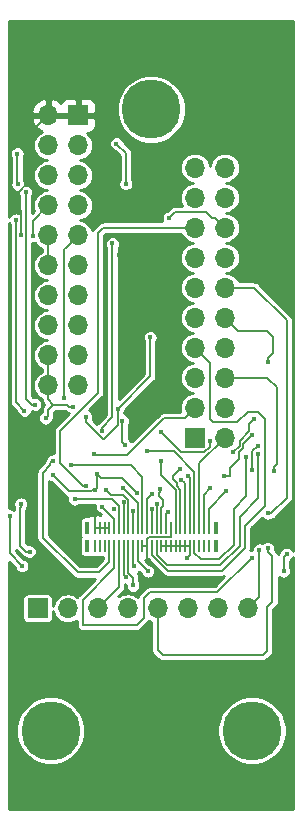
<source format=gbr>
G04 #@! TF.GenerationSoftware,KiCad,Pcbnew,(5.1.2)-1*
G04 #@! TF.CreationDate,2022-05-17T10:22:14-05:00*
G04 #@! TF.ProjectId,jtag_gpio_breakout,6a746167-5f67-4706-996f-5f627265616b,rev?*
G04 #@! TF.SameCoordinates,Original*
G04 #@! TF.FileFunction,Copper,L1,Top*
G04 #@! TF.FilePolarity,Positive*
%FSLAX46Y46*%
G04 Gerber Fmt 4.6, Leading zero omitted, Abs format (unit mm)*
G04 Created by KiCad (PCBNEW (5.1.2)-1) date 2022-05-17 10:22:14*
%MOMM*%
%LPD*%
G04 APERTURE LIST*
%ADD10C,5.000000*%
%ADD11R,0.250000X1.100000*%
%ADD12R,0.400000X1.100000*%
%ADD13R,1.700000X1.700000*%
%ADD14O,1.700000X1.700000*%
%ADD15C,0.406400*%
%ADD16C,0.203200*%
%ADD17C,0.076200*%
%ADD18C,0.254000*%
G04 APERTURE END LIST*
D10*
X132973999Y-146800000D03*
X141500000Y-94200000D03*
X150026001Y-146800000D03*
D11*
X136750000Y-129640000D03*
X137150000Y-129640000D03*
X137550000Y-129640000D03*
X137950000Y-129640000D03*
X138350000Y-129640000D03*
X138750000Y-129640000D03*
X139150000Y-129640000D03*
X139550000Y-129640000D03*
X139950000Y-129640000D03*
X140350000Y-129640000D03*
X140750000Y-129640000D03*
X141150000Y-129640000D03*
X141550000Y-129640000D03*
X141950000Y-129640000D03*
X142350000Y-129640000D03*
X142750000Y-129640000D03*
X143150000Y-129640000D03*
X143550000Y-129640000D03*
X143950000Y-129640000D03*
X144350000Y-129640000D03*
X144750000Y-129640000D03*
X145150000Y-129640000D03*
X145550000Y-129640000D03*
X145950000Y-129640000D03*
X146350000Y-129640000D03*
X136750000Y-131140000D03*
X137150000Y-131140000D03*
X137550000Y-131140000D03*
X137950000Y-131140000D03*
X138350000Y-131140000D03*
X138750000Y-131140000D03*
X139150000Y-131140000D03*
X139550000Y-131140000D03*
X139950000Y-131140000D03*
X140350000Y-131140000D03*
X140750000Y-131140000D03*
X141150000Y-131140000D03*
X141550000Y-131140000D03*
X141950000Y-131140000D03*
X142350000Y-131140000D03*
X142750000Y-131140000D03*
X143150000Y-131140000D03*
X143550000Y-131140000D03*
X143950000Y-131140000D03*
X144350000Y-131140000D03*
X144750000Y-131140000D03*
X145150000Y-131140000D03*
X145550000Y-131140000D03*
X145950000Y-131140000D03*
X146350000Y-131140000D03*
D12*
X136083000Y-131140000D03*
X136083000Y-129640000D03*
X147015000Y-131140000D03*
X147013000Y-129640000D03*
D13*
X135300000Y-94700000D03*
D14*
X132760000Y-94700000D03*
X135300000Y-97240000D03*
X132760000Y-97240000D03*
X135300000Y-99780000D03*
X132760000Y-99780000D03*
X135300000Y-102320000D03*
X132760000Y-102320000D03*
X135300000Y-104860000D03*
X132760000Y-104860000D03*
X135300000Y-107400000D03*
X132760000Y-107400000D03*
X135300000Y-109940000D03*
X132760000Y-109940000D03*
X135300000Y-112480000D03*
X132760000Y-112480000D03*
X135300000Y-115020000D03*
X132760000Y-115020000D03*
X135300000Y-117560000D03*
X132760000Y-117560000D03*
D13*
X131870000Y-136450000D03*
D14*
X134410000Y-136450000D03*
X136950000Y-136450000D03*
X139490000Y-136450000D03*
X142030000Y-136450000D03*
X144570000Y-136450000D03*
X147110000Y-136450000D03*
X149650000Y-136450000D03*
X147730000Y-99140000D03*
X145190000Y-99140000D03*
X147730000Y-101680000D03*
X145190000Y-101680000D03*
X147730000Y-104220000D03*
X145190000Y-104220000D03*
X147730000Y-106760000D03*
X145190000Y-106760000D03*
X147730000Y-109300000D03*
X145190000Y-109300000D03*
X147730000Y-111840000D03*
X145190000Y-111840000D03*
X147730000Y-114380000D03*
X145190000Y-114380000D03*
X147730000Y-116920000D03*
X145190000Y-116920000D03*
X147730000Y-119460000D03*
X145190000Y-119460000D03*
X147730000Y-122000000D03*
D13*
X145190000Y-122000000D03*
D15*
X150550000Y-123350000D03*
X146500000Y-126300000D03*
X147850000Y-126550000D03*
X139950000Y-134500000D03*
X139100000Y-126300000D03*
X131200000Y-131650000D03*
X130450000Y-127600000D03*
X141100000Y-123150000D03*
X139969000Y-128200000D03*
X134100000Y-118650000D03*
X134700000Y-124350000D03*
X130750000Y-119700000D03*
X130050000Y-103550000D03*
X137650000Y-126400000D03*
X131650000Y-119200000D03*
X130850000Y-101200000D03*
X139150000Y-127450000D03*
X139350000Y-133800000D03*
X140050000Y-132900000D03*
X141200000Y-133300000D03*
X152700000Y-133300000D03*
X152950000Y-131850000D03*
X144600000Y-125200000D03*
X150050000Y-121750000D03*
X147650000Y-125200000D03*
X129500000Y-128600000D03*
X130550000Y-132850000D03*
X135000000Y-127200000D03*
X141550000Y-128050000D03*
X137300000Y-121450000D03*
X138200000Y-105550000D03*
X137350000Y-127850000D03*
X136000000Y-126050000D03*
X149550000Y-123650000D03*
X150000000Y-132150000D03*
X136650000Y-123400000D03*
X133150000Y-123950000D03*
X151350000Y-131350000D03*
X141550000Y-126750000D03*
X143000000Y-103400000D03*
X139050000Y-120550000D03*
X139300000Y-122650000D03*
X141950000Y-127600000D03*
X142200000Y-126350000D03*
X142950000Y-128250000D03*
X151350000Y-128400000D03*
X144050000Y-125550000D03*
X151850000Y-124800000D03*
X143900000Y-124650000D03*
X150050000Y-124750000D03*
X150500000Y-122700000D03*
X142300000Y-123950000D03*
X142300000Y-121550000D03*
X146450000Y-122300000D03*
X148400000Y-123250000D03*
X150200000Y-120450000D03*
X151350000Y-115550000D03*
X133900000Y-130700000D03*
X141150000Y-134650000D03*
X140850000Y-138400000D03*
X136550000Y-128250000D03*
X132200000Y-132600000D03*
X131700000Y-106200000D03*
X130450000Y-104800000D03*
X141150000Y-110650000D03*
X138800000Y-106550000D03*
X138300000Y-128050000D03*
X139350000Y-100500000D03*
X144550000Y-132150000D03*
X150650000Y-131500000D03*
X130150000Y-97950000D03*
X130200000Y-100550000D03*
X131450000Y-104900000D03*
X138550000Y-97100000D03*
X141400000Y-113500000D03*
X138650000Y-119550000D03*
X135950000Y-120250000D03*
X134850000Y-119400000D03*
X136900000Y-125100000D03*
X136750000Y-126400000D03*
X133150000Y-125150000D03*
X132550000Y-120350000D03*
X140250000Y-126650000D03*
D16*
X148970000Y-128680000D02*
X150550000Y-127100000D01*
X150550000Y-127100000D02*
X150550000Y-123350000D01*
X148970000Y-131180000D02*
X148970000Y-128680000D01*
X147350000Y-132800000D02*
X148970000Y-131180000D01*
X142851944Y-132800000D02*
X147350000Y-132800000D01*
X141950000Y-131898056D02*
X142851944Y-132800000D01*
X141950000Y-131140000D02*
X141950000Y-131898056D01*
X141550000Y-131140000D02*
X141550000Y-131893200D01*
X151100000Y-127750000D02*
X151100000Y-120400000D01*
X151100000Y-120400000D02*
X150500000Y-119800000D01*
X141550000Y-131893200D02*
X142900000Y-133243200D01*
X149400000Y-129450000D02*
X151100000Y-127750000D01*
X149650000Y-119800000D02*
X148750000Y-120700000D01*
X146450000Y-115640000D02*
X145190000Y-114380000D01*
X147496800Y-133243200D02*
X149400000Y-131340000D01*
X149400000Y-131340000D02*
X149400000Y-129450000D01*
X146750000Y-120700000D02*
X146450000Y-120400000D01*
X150500000Y-119800000D02*
X149650000Y-119800000D01*
X142900000Y-133243200D02*
X147496800Y-133243200D01*
X148750000Y-120700000D02*
X146750000Y-120700000D01*
X146450000Y-120400000D02*
X146450000Y-115640000D01*
X145950000Y-129640000D02*
X145950000Y-126850000D01*
X145950000Y-126850000D02*
X146500000Y-126300000D01*
X146350000Y-129640000D02*
X146350000Y-128050000D01*
X146350000Y-128050000D02*
X147850000Y-126550000D01*
X139950000Y-133836118D02*
X139950000Y-134500000D01*
X139550000Y-131140000D02*
X139550000Y-133436118D01*
X139550000Y-133436118D02*
X139950000Y-133836118D01*
X140350000Y-129640000D02*
X140350000Y-127550000D01*
X140350000Y-127550000D02*
X139100000Y-126300000D01*
X130450000Y-127887368D02*
X130400000Y-127937368D01*
X130450000Y-127600000D02*
X130450000Y-127887368D01*
X130400000Y-131137368D02*
X130400000Y-130950000D01*
X130912632Y-131650000D02*
X130400000Y-131137368D01*
X131200000Y-131650000D02*
X130912632Y-131650000D01*
X130400000Y-127937368D02*
X130400000Y-130950000D01*
X145150000Y-129640000D02*
X145150000Y-128886800D01*
X145150000Y-128886800D02*
X145150000Y-125050000D01*
X145150000Y-125050000D02*
X145150000Y-124900000D01*
X145150000Y-124900000D02*
X143400000Y-123150000D01*
X143400000Y-123150000D02*
X141100000Y-123150000D01*
X139950000Y-129640000D02*
X139950000Y-128219000D01*
X139950000Y-128219000D02*
X139969000Y-128200000D01*
X134260000Y-105900000D02*
X135300000Y-104860000D01*
X134250000Y-105900000D02*
X134100000Y-106050000D01*
X134260000Y-105900000D02*
X134250000Y-105900000D01*
X134100000Y-118650000D02*
X134100000Y-106050000D01*
X140750000Y-129640000D02*
X140750000Y-125350000D01*
X140750000Y-125350000D02*
X139750000Y-124350000D01*
X139750000Y-124350000D02*
X134700000Y-124350000D01*
X130750000Y-119700000D02*
X130050000Y-119000000D01*
X130050000Y-119000000D02*
X130050000Y-103550000D01*
X139550000Y-127286118D02*
X139113882Y-126850000D01*
X139550000Y-129640000D02*
X139550000Y-127286118D01*
X139113882Y-126850000D02*
X138100000Y-126850000D01*
X138100000Y-126850000D02*
X137650000Y-126400000D01*
X131362632Y-119200000D02*
X130850000Y-118687368D01*
X131650000Y-119200000D02*
X131362632Y-119200000D01*
X130850000Y-118687368D02*
X130850000Y-101200000D01*
X139150000Y-129640000D02*
X139150000Y-127450000D01*
X138750000Y-134650000D02*
X136950000Y-136450000D01*
X138750000Y-131140000D02*
X138750000Y-134650000D01*
X139150000Y-131140000D02*
X139150000Y-133600000D01*
X139150000Y-133600000D02*
X139350000Y-133800000D01*
X139950000Y-131140000D02*
X139950000Y-132800000D01*
X140350000Y-131140000D02*
X140350000Y-131893200D01*
X140350000Y-131893200D02*
X140350000Y-132450000D01*
X140350000Y-132450000D02*
X140950000Y-133050000D01*
X140950000Y-133050000D02*
X141200000Y-133300000D01*
X152700000Y-133300000D02*
X152700000Y-132100000D01*
X152700000Y-132100000D02*
X152950000Y-131850000D01*
X144750000Y-129640000D02*
X144750000Y-125350000D01*
X144750000Y-125350000D02*
X144600000Y-125200000D01*
X148150000Y-125200000D02*
X147650000Y-125200000D01*
X148200000Y-125150000D02*
X148150000Y-125200000D01*
X148200000Y-124562632D02*
X148200000Y-125150000D01*
X148950000Y-123812632D02*
X148200000Y-124562632D01*
X149300000Y-122500000D02*
X149300000Y-122850000D01*
X150050000Y-121750000D02*
X149300000Y-122500000D01*
X149300000Y-122850000D02*
X148950000Y-123200000D01*
X148950000Y-123200000D02*
X148950000Y-123812632D01*
X145550000Y-124180000D02*
X147730000Y-122000000D01*
X145550000Y-129640000D02*
X145550000Y-124180000D01*
X129500000Y-128600000D02*
X129500000Y-131800000D01*
X129500000Y-131800000D02*
X130550000Y-132850000D01*
X138750000Y-129640000D02*
X138750000Y-128886800D01*
X138750000Y-128886800D02*
X138750000Y-127800000D01*
X138750000Y-127800000D02*
X138150000Y-127200000D01*
X138150000Y-127200000D02*
X135000000Y-127200000D01*
X141550000Y-129640000D02*
X141550000Y-128050000D01*
X137300000Y-121162632D02*
X138200000Y-120262632D01*
X137300000Y-121450000D02*
X137300000Y-121162632D01*
X138200000Y-120262632D02*
X138200000Y-105550000D01*
X138350000Y-129640000D02*
X138350000Y-128850000D01*
X138350000Y-128850000D02*
X137350000Y-127850000D01*
X135712632Y-126050000D02*
X136000000Y-126050000D01*
X137430000Y-104220000D02*
X137000000Y-104650000D01*
X137000000Y-104650000D02*
X137000000Y-118200000D01*
X137000000Y-118200000D02*
X133800000Y-121400000D01*
X133800000Y-121400000D02*
X133800000Y-124137368D01*
X145190000Y-104220000D02*
X137430000Y-104220000D01*
X133800000Y-124137368D02*
X135712632Y-126050000D01*
X148470000Y-128030000D02*
X149550000Y-126950000D01*
X148470000Y-131080000D02*
X148470000Y-128030000D01*
X147250000Y-132300000D02*
X148470000Y-131080000D01*
X145714958Y-132300000D02*
X147250000Y-132300000D01*
X149550000Y-126950000D02*
X149550000Y-123650000D01*
X145150000Y-131735042D02*
X145714958Y-132300000D01*
X145150000Y-131140000D02*
X145150000Y-131735042D01*
X135700000Y-135700000D02*
X138350000Y-133050000D01*
X135700000Y-137850000D02*
X135700000Y-135700000D01*
X150000000Y-132150000D02*
X147100000Y-135050000D01*
X147100000Y-135050000D02*
X141400000Y-135050000D01*
X141400000Y-135050000D02*
X140850000Y-135600000D01*
X140850000Y-135600000D02*
X140850000Y-137250000D01*
X138350000Y-133050000D02*
X138350000Y-131140000D01*
X140850000Y-137250000D02*
X140250000Y-137850000D01*
X140250000Y-137850000D02*
X135700000Y-137850000D01*
X137950000Y-132500000D02*
X137950000Y-131140000D01*
X135250000Y-133400000D02*
X137050000Y-133400000D01*
X132300000Y-130450000D02*
X135250000Y-133400000D01*
X137050000Y-133400000D02*
X137950000Y-132500000D01*
X145190000Y-119460000D02*
X144340001Y-120309999D01*
X144340001Y-120309999D02*
X142590001Y-120309999D01*
X142590001Y-120309999D02*
X139400000Y-123500000D01*
X139400000Y-123500000D02*
X136750000Y-123500000D01*
X136750000Y-123500000D02*
X136650000Y-123400000D01*
X132946801Y-124303199D02*
X132300000Y-124950000D01*
X132946801Y-124153199D02*
X132946801Y-124303199D01*
X133150000Y-123950000D02*
X132946801Y-124153199D01*
X132300000Y-124950000D02*
X132300000Y-130450000D01*
X141150000Y-129640000D02*
X141150000Y-127700000D01*
X142030000Y-139980000D02*
X142030000Y-136450000D01*
X151350000Y-131637368D02*
X151750000Y-132037368D01*
X151350000Y-131350000D02*
X151350000Y-131637368D01*
X150950000Y-140400000D02*
X142450000Y-140400000D01*
X151750000Y-132037368D02*
X151750000Y-135871146D01*
X142450000Y-140400000D02*
X142030000Y-139980000D01*
X151750000Y-135871146D02*
X151300000Y-136321146D01*
X151300000Y-136321146D02*
X151300000Y-140050000D01*
X151300000Y-140050000D02*
X150950000Y-140400000D01*
X141150000Y-127700000D02*
X141150000Y-127150000D01*
X141150000Y-127150000D02*
X141550000Y-126750000D01*
X146880001Y-103370001D02*
X146620001Y-103370001D01*
X147730000Y-104220000D02*
X146880001Y-103370001D01*
X146620001Y-103370001D02*
X146150000Y-102900000D01*
X146150000Y-102900000D02*
X143500000Y-102900000D01*
X143500000Y-102900000D02*
X143000000Y-103400000D01*
X139050000Y-120550000D02*
X139050000Y-122400000D01*
X139050000Y-122400000D02*
X139300000Y-122650000D01*
X141950000Y-129640000D02*
X141950000Y-127600000D01*
X142153199Y-126953199D02*
X142153199Y-126653199D01*
X142500000Y-127300000D02*
X142153199Y-126953199D01*
X142500000Y-127800000D02*
X142500000Y-127300000D01*
X142350000Y-129640000D02*
X142350000Y-127950000D01*
X142350000Y-127950000D02*
X142500000Y-127800000D01*
X142200000Y-126637368D02*
X142200000Y-126350000D01*
X142184169Y-126653199D02*
X142200000Y-126637368D01*
X142153199Y-126653199D02*
X142184169Y-126653199D01*
X142750000Y-129640000D02*
X142750000Y-128450000D01*
X142750000Y-128450000D02*
X142950000Y-128250000D01*
X151637368Y-128400000D02*
X152950000Y-127087368D01*
X151350000Y-128400000D02*
X151637368Y-128400000D01*
X152950000Y-127087368D02*
X152950000Y-112050000D01*
X150200000Y-109300000D02*
X147730000Y-109300000D01*
X152950000Y-112050000D02*
X150200000Y-109300000D01*
X144350000Y-129640000D02*
X144350000Y-125850000D01*
X144350000Y-125850000D02*
X144050000Y-125550000D01*
X151850000Y-124512632D02*
X152100000Y-124262632D01*
X151850000Y-124800000D02*
X151850000Y-124512632D01*
X152100000Y-124262632D02*
X152100000Y-117700000D01*
X151320000Y-116920000D02*
X147730000Y-116920000D01*
X152100000Y-117700000D02*
X151320000Y-116920000D01*
X143950000Y-129640000D02*
X143950000Y-126400000D01*
X143668999Y-126118999D02*
X143668999Y-125818999D01*
X143950000Y-126400000D02*
X143668999Y-126118999D01*
X143668999Y-125818999D02*
X143350000Y-125500000D01*
X143350000Y-125500000D02*
X143350000Y-125200000D01*
X143350000Y-125200000D02*
X143900000Y-124650000D01*
X150050000Y-124750000D02*
X150050000Y-123150000D01*
X150050000Y-123150000D02*
X150500000Y-122700000D01*
X142300000Y-125145145D02*
X142300000Y-123950000D01*
X143550000Y-129640000D02*
X143550000Y-126395145D01*
X143550000Y-126395145D02*
X142300000Y-125145145D01*
X142300000Y-121550000D02*
X144000000Y-123250000D01*
X146450000Y-122760042D02*
X146450000Y-122300000D01*
X144000000Y-123250000D02*
X145960042Y-123250000D01*
X145960042Y-123250000D02*
X146450000Y-122760042D01*
X151350000Y-115262632D02*
X151800000Y-114812632D01*
X151350000Y-115550000D02*
X151350000Y-115262632D01*
X148840000Y-112950000D02*
X147730000Y-111840000D01*
X151300000Y-112950000D02*
X151800000Y-113450000D01*
X151800000Y-114812632D02*
X151800000Y-113450000D01*
X151300000Y-112950000D02*
X148840000Y-112950000D01*
X148968059Y-122681941D02*
X148400000Y-123250000D01*
X148968059Y-122268059D02*
X148968059Y-122681941D01*
X149800000Y-121436118D02*
X148968059Y-122268059D01*
X150200000Y-120450000D02*
X149800000Y-120850000D01*
X149800000Y-120850000D02*
X149800000Y-121436118D01*
X140750000Y-131140000D02*
X141150000Y-131140000D01*
X141150000Y-131140000D02*
X141150000Y-132400000D01*
X141150000Y-132400000D02*
X141581001Y-132831001D01*
X140850000Y-138687368D02*
X140250000Y-139287368D01*
X140850000Y-138400000D02*
X140850000Y-138687368D01*
X143150000Y-130393200D02*
X143143200Y-130400000D01*
X143150000Y-129640000D02*
X143150000Y-130393200D01*
X141150000Y-130544958D02*
X141150000Y-131140000D01*
X141294958Y-130400000D02*
X141150000Y-130544958D01*
X143143200Y-130400000D02*
X141294958Y-130400000D01*
X137950000Y-129640000D02*
X136750000Y-129640000D01*
X136750000Y-129640000D02*
X136750000Y-128450000D01*
X136750000Y-128450000D02*
X136550000Y-128250000D01*
X131250000Y-100200000D02*
X130100000Y-101350000D01*
X131250000Y-96210000D02*
X131250000Y-100200000D01*
X132760000Y-94700000D02*
X131250000Y-96210000D01*
X130100000Y-102450000D02*
X130450000Y-102800000D01*
X130100000Y-101350000D02*
X130100000Y-102450000D01*
X130450000Y-102800000D02*
X130450000Y-104800000D01*
X140946801Y-110446801D02*
X139446801Y-110446801D01*
X141150000Y-110650000D02*
X140946801Y-110446801D01*
X139446801Y-110446801D02*
X138800000Y-109800000D01*
X138800000Y-109800000D02*
X138800000Y-106550000D01*
X141581001Y-132831001D02*
X141850000Y-133100000D01*
D17*
X141850000Y-133100000D02*
X141840000Y-133110000D01*
D16*
X141581001Y-134218999D02*
X141150000Y-134650000D01*
X141850000Y-133950000D02*
X141581001Y-134218999D01*
X141850000Y-133100000D02*
X141850000Y-133950000D01*
X142350000Y-131140000D02*
X144750000Y-131140000D01*
X144750000Y-131140000D02*
X144750000Y-131950000D01*
X144750000Y-131950000D02*
X144550000Y-132150000D01*
X150650000Y-135450000D02*
X149650000Y-136450000D01*
X150650000Y-131500000D02*
X150650000Y-135450000D01*
X130150000Y-97950000D02*
X130150000Y-100500000D01*
X130150000Y-100500000D02*
X130200000Y-100550000D01*
X131450000Y-103630000D02*
X132760000Y-102320000D01*
X131450000Y-104900000D02*
X131450000Y-103630000D01*
X139350000Y-100500000D02*
X139350000Y-97900000D01*
X139350000Y-97900000D02*
X138550000Y-97100000D01*
X141400000Y-113500000D02*
X141400000Y-116800000D01*
X141400000Y-116800000D02*
X138650000Y-119550000D01*
X138650000Y-120904855D02*
X138650000Y-119550000D01*
X137452427Y-122102428D02*
X138650000Y-120904855D01*
X135950000Y-120663882D02*
X135950000Y-120250000D01*
X137452427Y-122102428D02*
X137388546Y-122102428D01*
X137388546Y-122102428D02*
X135950000Y-120663882D01*
X134562632Y-119400000D02*
X134362632Y-119200000D01*
X134850000Y-119400000D02*
X134562632Y-119400000D01*
X132760000Y-118762081D02*
X132760000Y-117560000D01*
X133197919Y-119200000D02*
X132760000Y-118762081D01*
X134362632Y-119200000D02*
X133197919Y-119200000D01*
X132760000Y-116222081D02*
X132760000Y-117560000D01*
X132760000Y-115020000D02*
X132760000Y-116222081D01*
X136900000Y-125100000D02*
X136900000Y-126250000D01*
X136900000Y-126250000D02*
X136750000Y-126400000D01*
X136462632Y-126400000D02*
X136362632Y-126500000D01*
X136750000Y-126400000D02*
X136462632Y-126400000D01*
X136362632Y-126500000D02*
X134500000Y-126500000D01*
X134500000Y-126500000D02*
X133150000Y-125150000D01*
X132753199Y-119644720D02*
X133197919Y-119200000D01*
X132753199Y-120146801D02*
X132753199Y-119644720D01*
X132550000Y-120350000D02*
X132753199Y-120146801D01*
X140250000Y-126650000D02*
X139050000Y-125450000D01*
X137250000Y-125450000D02*
X136900000Y-125100000D01*
X139050000Y-125450000D02*
X137250000Y-125450000D01*
X132760000Y-104860000D02*
X132760000Y-107400000D01*
D18*
G36*
X129491524Y-103848512D02*
G01*
X129521401Y-103893226D01*
X129521400Y-118974038D01*
X129518843Y-119000000D01*
X129521400Y-119025961D01*
X129529049Y-119103623D01*
X129559275Y-119203264D01*
X129608359Y-119295095D01*
X129674415Y-119375585D01*
X129694590Y-119392142D01*
X130133527Y-119831080D01*
X130144018Y-119883822D01*
X130191524Y-119998512D01*
X130260492Y-120101729D01*
X130348271Y-120189508D01*
X130451488Y-120258476D01*
X130566178Y-120305982D01*
X130687931Y-120330200D01*
X130812069Y-120330200D01*
X130933822Y-120305982D01*
X131048512Y-120258476D01*
X131151729Y-120189508D01*
X131239508Y-120101729D01*
X131308476Y-119998512D01*
X131355982Y-119883822D01*
X131378675Y-119769737D01*
X131466178Y-119805982D01*
X131587931Y-119830200D01*
X131712069Y-119830200D01*
X131833822Y-119805982D01*
X131948512Y-119758476D01*
X132051729Y-119689508D01*
X132139508Y-119601729D01*
X132208476Y-119498512D01*
X132255982Y-119383822D01*
X132280200Y-119262069D01*
X132280200Y-119137931D01*
X132255982Y-119016178D01*
X132208476Y-118901488D01*
X132139508Y-118798271D01*
X132051729Y-118710492D01*
X131948512Y-118641524D01*
X131833822Y-118594018D01*
X131712069Y-118569800D01*
X131587931Y-118569800D01*
X131497894Y-118587709D01*
X131378600Y-118468416D01*
X131378600Y-105528344D01*
X131387931Y-105530200D01*
X131512069Y-105530200D01*
X131633822Y-105505982D01*
X131653052Y-105498017D01*
X131693076Y-105572896D01*
X131852656Y-105767344D01*
X132047104Y-105926924D01*
X132231400Y-106025432D01*
X132231401Y-106234568D01*
X132047104Y-106333076D01*
X131852656Y-106492656D01*
X131693076Y-106687104D01*
X131574498Y-106908949D01*
X131501478Y-107149664D01*
X131476822Y-107400000D01*
X131501478Y-107650336D01*
X131574498Y-107891051D01*
X131693076Y-108112896D01*
X131852656Y-108307344D01*
X132047104Y-108466924D01*
X132268949Y-108585502D01*
X132509664Y-108658522D01*
X132626202Y-108670000D01*
X132509664Y-108681478D01*
X132268949Y-108754498D01*
X132047104Y-108873076D01*
X131852656Y-109032656D01*
X131693076Y-109227104D01*
X131574498Y-109448949D01*
X131501478Y-109689664D01*
X131476822Y-109940000D01*
X131501478Y-110190336D01*
X131574498Y-110431051D01*
X131693076Y-110652896D01*
X131852656Y-110847344D01*
X132047104Y-111006924D01*
X132268949Y-111125502D01*
X132509664Y-111198522D01*
X132626202Y-111210000D01*
X132509664Y-111221478D01*
X132268949Y-111294498D01*
X132047104Y-111413076D01*
X131852656Y-111572656D01*
X131693076Y-111767104D01*
X131574498Y-111988949D01*
X131501478Y-112229664D01*
X131476822Y-112480000D01*
X131501478Y-112730336D01*
X131574498Y-112971051D01*
X131693076Y-113192896D01*
X131852656Y-113387344D01*
X132047104Y-113546924D01*
X132268949Y-113665502D01*
X132509664Y-113738522D01*
X132626202Y-113750000D01*
X132509664Y-113761478D01*
X132268949Y-113834498D01*
X132047104Y-113953076D01*
X131852656Y-114112656D01*
X131693076Y-114307104D01*
X131574498Y-114528949D01*
X131501478Y-114769664D01*
X131476822Y-115020000D01*
X131501478Y-115270336D01*
X131574498Y-115511051D01*
X131693076Y-115732896D01*
X131852656Y-115927344D01*
X132047104Y-116086924D01*
X132231401Y-116185432D01*
X132231401Y-116196110D01*
X132231400Y-116196120D01*
X132231400Y-116394568D01*
X132047104Y-116493076D01*
X131852656Y-116652656D01*
X131693076Y-116847104D01*
X131574498Y-117068949D01*
X131501478Y-117309664D01*
X131476822Y-117560000D01*
X131501478Y-117810336D01*
X131574498Y-118051051D01*
X131693076Y-118272896D01*
X131852656Y-118467344D01*
X132047104Y-118626924D01*
X132231400Y-118725432D01*
X132231400Y-118736119D01*
X132228843Y-118762081D01*
X132235909Y-118833822D01*
X132239049Y-118865704D01*
X132269275Y-118965345D01*
X132318359Y-119057176D01*
X132384415Y-119137666D01*
X132404590Y-119154223D01*
X132450367Y-119200000D01*
X132397784Y-119252582D01*
X132377615Y-119269135D01*
X132324254Y-119334156D01*
X132311558Y-119349626D01*
X132262474Y-119441456D01*
X132232248Y-119541097D01*
X132222042Y-119644720D01*
X132224599Y-119670682D01*
X132224599Y-119809491D01*
X132148271Y-119860492D01*
X132060492Y-119948271D01*
X131991524Y-120051488D01*
X131944018Y-120166178D01*
X131919800Y-120287931D01*
X131919800Y-120412069D01*
X131944018Y-120533822D01*
X131991524Y-120648512D01*
X132060492Y-120751729D01*
X132148271Y-120839508D01*
X132251488Y-120908476D01*
X132366178Y-120955982D01*
X132487931Y-120980200D01*
X132612069Y-120980200D01*
X132733822Y-120955982D01*
X132848512Y-120908476D01*
X132951729Y-120839508D01*
X133039508Y-120751729D01*
X133108476Y-120648512D01*
X133155982Y-120533822D01*
X133167686Y-120474984D01*
X133194840Y-120441896D01*
X133243924Y-120350066D01*
X133274150Y-120250425D01*
X133281799Y-120172763D01*
X133281799Y-120172762D01*
X133284356Y-120146801D01*
X133281799Y-120120839D01*
X133281799Y-119863672D01*
X133416872Y-119728600D01*
X134143680Y-119728600D01*
X134170490Y-119755410D01*
X134187047Y-119775585D01*
X134267537Y-119841641D01*
X134359367Y-119890725D01*
X134420518Y-119909275D01*
X134459008Y-119920951D01*
X134501608Y-119925147D01*
X134517009Y-119935438D01*
X133444590Y-121007858D01*
X133424415Y-121024415D01*
X133358359Y-121104905D01*
X133337453Y-121144018D01*
X133309275Y-121196736D01*
X133279049Y-121296377D01*
X133268843Y-121400000D01*
X133271400Y-121425962D01*
X133271401Y-123331602D01*
X133212069Y-123319800D01*
X133087931Y-123319800D01*
X132966178Y-123344018D01*
X132851488Y-123391524D01*
X132748271Y-123460492D01*
X132660492Y-123548271D01*
X132591524Y-123651488D01*
X132544018Y-123766178D01*
X132532314Y-123825016D01*
X132505160Y-123858104D01*
X132486971Y-123892134D01*
X132456076Y-123949935D01*
X132425850Y-124049576D01*
X132422898Y-124079549D01*
X131944590Y-124557858D01*
X131924415Y-124574415D01*
X131858359Y-124654905D01*
X131832383Y-124703504D01*
X131809275Y-124746736D01*
X131779049Y-124846377D01*
X131768843Y-124950000D01*
X131771400Y-124975962D01*
X131771401Y-130424028D01*
X131768843Y-130450000D01*
X131779049Y-130553623D01*
X131809275Y-130653264D01*
X131857784Y-130744018D01*
X131858360Y-130745095D01*
X131924416Y-130825585D01*
X131944586Y-130842138D01*
X134857862Y-133755415D01*
X134874415Y-133775585D01*
X134929693Y-133820950D01*
X134954905Y-133841641D01*
X135046735Y-133890725D01*
X135146376Y-133920951D01*
X135249999Y-133931157D01*
X135275961Y-133928600D01*
X136723847Y-133928600D01*
X135344586Y-135307862D01*
X135324416Y-135324415D01*
X135271055Y-135389436D01*
X135258359Y-135404906D01*
X135225166Y-135467007D01*
X135122896Y-135383076D01*
X134901051Y-135264498D01*
X134660336Y-135191478D01*
X134472726Y-135173000D01*
X134347274Y-135173000D01*
X134159664Y-135191478D01*
X133918949Y-135264498D01*
X133697104Y-135383076D01*
X133502656Y-135542656D01*
X133343076Y-135737104D01*
X133224498Y-135958949D01*
X133151478Y-136199664D01*
X133149066Y-136224153D01*
X133149066Y-135600000D01*
X133140822Y-135516293D01*
X133116405Y-135435804D01*
X133076755Y-135361624D01*
X133023395Y-135296605D01*
X132958376Y-135243245D01*
X132884196Y-135203595D01*
X132803707Y-135179178D01*
X132720000Y-135170934D01*
X131020000Y-135170934D01*
X130936293Y-135179178D01*
X130855804Y-135203595D01*
X130781624Y-135243245D01*
X130716605Y-135296605D01*
X130663245Y-135361624D01*
X130623595Y-135435804D01*
X130599178Y-135516293D01*
X130590934Y-135600000D01*
X130590934Y-137300000D01*
X130599178Y-137383707D01*
X130623595Y-137464196D01*
X130663245Y-137538376D01*
X130716605Y-137603395D01*
X130781624Y-137656755D01*
X130855804Y-137696405D01*
X130936293Y-137720822D01*
X131020000Y-137729066D01*
X132720000Y-137729066D01*
X132803707Y-137720822D01*
X132884196Y-137696405D01*
X132958376Y-137656755D01*
X133023395Y-137603395D01*
X133076755Y-137538376D01*
X133116405Y-137464196D01*
X133140822Y-137383707D01*
X133149066Y-137300000D01*
X133149066Y-136675847D01*
X133151478Y-136700336D01*
X133224498Y-136941051D01*
X133343076Y-137162896D01*
X133502656Y-137357344D01*
X133697104Y-137516924D01*
X133918949Y-137635502D01*
X134159664Y-137708522D01*
X134347274Y-137727000D01*
X134472726Y-137727000D01*
X134660336Y-137708522D01*
X134901051Y-137635502D01*
X135122896Y-137516924D01*
X135171400Y-137477117D01*
X135171400Y-137824038D01*
X135168843Y-137850000D01*
X135179049Y-137953624D01*
X135209275Y-138053265D01*
X135258358Y-138145094D01*
X135258359Y-138145095D01*
X135324415Y-138225585D01*
X135404905Y-138291641D01*
X135496735Y-138340725D01*
X135596376Y-138370951D01*
X135700000Y-138381157D01*
X135725962Y-138378600D01*
X140224038Y-138378600D01*
X140250000Y-138381157D01*
X140275962Y-138378600D01*
X140353624Y-138370951D01*
X140453265Y-138340725D01*
X140545095Y-138291641D01*
X140625585Y-138225585D01*
X140642142Y-138205410D01*
X141205415Y-137642138D01*
X141225585Y-137625585D01*
X141291641Y-137545095D01*
X141309871Y-137510988D01*
X141317104Y-137516924D01*
X141501401Y-137615432D01*
X141501400Y-139954038D01*
X141498843Y-139980000D01*
X141501400Y-140005961D01*
X141509049Y-140083623D01*
X141539275Y-140183264D01*
X141588359Y-140275095D01*
X141654415Y-140355585D01*
X141674590Y-140372142D01*
X142057862Y-140755415D01*
X142074415Y-140775585D01*
X142154905Y-140841641D01*
X142246735Y-140890725D01*
X142346376Y-140920951D01*
X142450000Y-140931157D01*
X142475962Y-140928600D01*
X150924038Y-140928600D01*
X150950000Y-140931157D01*
X150975962Y-140928600D01*
X151053624Y-140920951D01*
X151153265Y-140890725D01*
X151245095Y-140841641D01*
X151325585Y-140775585D01*
X151342142Y-140755410D01*
X151655410Y-140442142D01*
X151675585Y-140425585D01*
X151741641Y-140345095D01*
X151790725Y-140253265D01*
X151820951Y-140153624D01*
X151828600Y-140075962D01*
X151831157Y-140050000D01*
X151828600Y-140024038D01*
X151828600Y-136540098D01*
X152105415Y-136263284D01*
X152125585Y-136246731D01*
X152191641Y-136166241D01*
X152240725Y-136074411D01*
X152270951Y-135974770D01*
X152278600Y-135897108D01*
X152278600Y-135897106D01*
X152281157Y-135871147D01*
X152278600Y-135845188D01*
X152278600Y-133769837D01*
X152298271Y-133789508D01*
X152401488Y-133858476D01*
X152516178Y-133905982D01*
X152637931Y-133930200D01*
X152762069Y-133930200D01*
X152883822Y-133905982D01*
X152998512Y-133858476D01*
X153101729Y-133789508D01*
X153189508Y-133701729D01*
X153258476Y-133598512D01*
X153305982Y-133483822D01*
X153330200Y-133362069D01*
X153330200Y-133237931D01*
X153305982Y-133116178D01*
X153258476Y-133001488D01*
X153228600Y-132956776D01*
X153228600Y-132416724D01*
X153248512Y-132408476D01*
X153351729Y-132339508D01*
X153439508Y-132251729D01*
X153508476Y-132148512D01*
X153523000Y-132113447D01*
X153523000Y-153413000D01*
X129477000Y-153413000D01*
X129477000Y-146511716D01*
X130046999Y-146511716D01*
X130046999Y-147088284D01*
X130159481Y-147653775D01*
X130380125Y-148186455D01*
X130700449Y-148665854D01*
X131108145Y-149073550D01*
X131587544Y-149393874D01*
X132120224Y-149614518D01*
X132685715Y-149727000D01*
X133262283Y-149727000D01*
X133827774Y-149614518D01*
X134360454Y-149393874D01*
X134839853Y-149073550D01*
X135247549Y-148665854D01*
X135567873Y-148186455D01*
X135788517Y-147653775D01*
X135900999Y-147088284D01*
X135900999Y-146511716D01*
X147099001Y-146511716D01*
X147099001Y-147088284D01*
X147211483Y-147653775D01*
X147432127Y-148186455D01*
X147752451Y-148665854D01*
X148160147Y-149073550D01*
X148639546Y-149393874D01*
X149172226Y-149614518D01*
X149737717Y-149727000D01*
X150314285Y-149727000D01*
X150879776Y-149614518D01*
X151412456Y-149393874D01*
X151891855Y-149073550D01*
X152299551Y-148665854D01*
X152619875Y-148186455D01*
X152840519Y-147653775D01*
X152953001Y-147088284D01*
X152953001Y-146511716D01*
X152840519Y-145946225D01*
X152619875Y-145413545D01*
X152299551Y-144934146D01*
X151891855Y-144526450D01*
X151412456Y-144206126D01*
X150879776Y-143985482D01*
X150314285Y-143873000D01*
X149737717Y-143873000D01*
X149172226Y-143985482D01*
X148639546Y-144206126D01*
X148160147Y-144526450D01*
X147752451Y-144934146D01*
X147432127Y-145413545D01*
X147211483Y-145946225D01*
X147099001Y-146511716D01*
X135900999Y-146511716D01*
X135788517Y-145946225D01*
X135567873Y-145413545D01*
X135247549Y-144934146D01*
X134839853Y-144526450D01*
X134360454Y-144206126D01*
X133827774Y-143985482D01*
X133262283Y-143873000D01*
X132685715Y-143873000D01*
X132120224Y-143985482D01*
X131587544Y-144206126D01*
X131108145Y-144526450D01*
X130700449Y-144934146D01*
X130380125Y-145413545D01*
X130159481Y-145946225D01*
X130046999Y-146511716D01*
X129477000Y-146511716D01*
X129477000Y-132524552D01*
X129933527Y-132981080D01*
X129944018Y-133033822D01*
X129991524Y-133148512D01*
X130060492Y-133251729D01*
X130148271Y-133339508D01*
X130251488Y-133408476D01*
X130366178Y-133455982D01*
X130487931Y-133480200D01*
X130612069Y-133480200D01*
X130733822Y-133455982D01*
X130848512Y-133408476D01*
X130951729Y-133339508D01*
X131039508Y-133251729D01*
X131108476Y-133148512D01*
X131155982Y-133033822D01*
X131180200Y-132912069D01*
X131180200Y-132787931D01*
X131155982Y-132666178D01*
X131108476Y-132551488D01*
X131039508Y-132448271D01*
X130951729Y-132360492D01*
X130848512Y-132291524D01*
X130733822Y-132244018D01*
X130681080Y-132233527D01*
X130028600Y-131581048D01*
X130028600Y-131516388D01*
X130044590Y-131529510D01*
X130520494Y-132005415D01*
X130537047Y-132025585D01*
X130617537Y-132091641D01*
X130709367Y-132140725D01*
X130809008Y-132170951D01*
X130851608Y-132175147D01*
X130901488Y-132208476D01*
X131016178Y-132255982D01*
X131137931Y-132280200D01*
X131262069Y-132280200D01*
X131383822Y-132255982D01*
X131498512Y-132208476D01*
X131601729Y-132139508D01*
X131689508Y-132051729D01*
X131758476Y-131948512D01*
X131805982Y-131833822D01*
X131830200Y-131712069D01*
X131830200Y-131587931D01*
X131805982Y-131466178D01*
X131758476Y-131351488D01*
X131689508Y-131248271D01*
X131601729Y-131160492D01*
X131498512Y-131091524D01*
X131383822Y-131044018D01*
X131262069Y-131019800D01*
X131137931Y-131019800D01*
X131047894Y-131037709D01*
X130928600Y-130918416D01*
X130928600Y-128113317D01*
X130940725Y-128090632D01*
X130970951Y-127990991D01*
X130975147Y-127948393D01*
X131008476Y-127898512D01*
X131055982Y-127783822D01*
X131080200Y-127662069D01*
X131080200Y-127537931D01*
X131055982Y-127416178D01*
X131008476Y-127301488D01*
X130939508Y-127198271D01*
X130851729Y-127110492D01*
X130748512Y-127041524D01*
X130633822Y-126994018D01*
X130512069Y-126969800D01*
X130387931Y-126969800D01*
X130266178Y-126994018D01*
X130151488Y-127041524D01*
X130048271Y-127110492D01*
X129960492Y-127198271D01*
X129891524Y-127301488D01*
X129844018Y-127416178D01*
X129819800Y-127537931D01*
X129819800Y-127662069D01*
X129844018Y-127783822D01*
X129876292Y-127861738D01*
X129868843Y-127937368D01*
X129871400Y-127963330D01*
X129871400Y-128090227D01*
X129798512Y-128041524D01*
X129683822Y-127994018D01*
X129562069Y-127969800D01*
X129477000Y-127969800D01*
X129477000Y-103813448D01*
X129491524Y-103848512D01*
X129491524Y-103848512D01*
G37*
X129491524Y-103848512D02*
X129521401Y-103893226D01*
X129521400Y-118974038D01*
X129518843Y-119000000D01*
X129521400Y-119025961D01*
X129529049Y-119103623D01*
X129559275Y-119203264D01*
X129608359Y-119295095D01*
X129674415Y-119375585D01*
X129694590Y-119392142D01*
X130133527Y-119831080D01*
X130144018Y-119883822D01*
X130191524Y-119998512D01*
X130260492Y-120101729D01*
X130348271Y-120189508D01*
X130451488Y-120258476D01*
X130566178Y-120305982D01*
X130687931Y-120330200D01*
X130812069Y-120330200D01*
X130933822Y-120305982D01*
X131048512Y-120258476D01*
X131151729Y-120189508D01*
X131239508Y-120101729D01*
X131308476Y-119998512D01*
X131355982Y-119883822D01*
X131378675Y-119769737D01*
X131466178Y-119805982D01*
X131587931Y-119830200D01*
X131712069Y-119830200D01*
X131833822Y-119805982D01*
X131948512Y-119758476D01*
X132051729Y-119689508D01*
X132139508Y-119601729D01*
X132208476Y-119498512D01*
X132255982Y-119383822D01*
X132280200Y-119262069D01*
X132280200Y-119137931D01*
X132255982Y-119016178D01*
X132208476Y-118901488D01*
X132139508Y-118798271D01*
X132051729Y-118710492D01*
X131948512Y-118641524D01*
X131833822Y-118594018D01*
X131712069Y-118569800D01*
X131587931Y-118569800D01*
X131497894Y-118587709D01*
X131378600Y-118468416D01*
X131378600Y-105528344D01*
X131387931Y-105530200D01*
X131512069Y-105530200D01*
X131633822Y-105505982D01*
X131653052Y-105498017D01*
X131693076Y-105572896D01*
X131852656Y-105767344D01*
X132047104Y-105926924D01*
X132231400Y-106025432D01*
X132231401Y-106234568D01*
X132047104Y-106333076D01*
X131852656Y-106492656D01*
X131693076Y-106687104D01*
X131574498Y-106908949D01*
X131501478Y-107149664D01*
X131476822Y-107400000D01*
X131501478Y-107650336D01*
X131574498Y-107891051D01*
X131693076Y-108112896D01*
X131852656Y-108307344D01*
X132047104Y-108466924D01*
X132268949Y-108585502D01*
X132509664Y-108658522D01*
X132626202Y-108670000D01*
X132509664Y-108681478D01*
X132268949Y-108754498D01*
X132047104Y-108873076D01*
X131852656Y-109032656D01*
X131693076Y-109227104D01*
X131574498Y-109448949D01*
X131501478Y-109689664D01*
X131476822Y-109940000D01*
X131501478Y-110190336D01*
X131574498Y-110431051D01*
X131693076Y-110652896D01*
X131852656Y-110847344D01*
X132047104Y-111006924D01*
X132268949Y-111125502D01*
X132509664Y-111198522D01*
X132626202Y-111210000D01*
X132509664Y-111221478D01*
X132268949Y-111294498D01*
X132047104Y-111413076D01*
X131852656Y-111572656D01*
X131693076Y-111767104D01*
X131574498Y-111988949D01*
X131501478Y-112229664D01*
X131476822Y-112480000D01*
X131501478Y-112730336D01*
X131574498Y-112971051D01*
X131693076Y-113192896D01*
X131852656Y-113387344D01*
X132047104Y-113546924D01*
X132268949Y-113665502D01*
X132509664Y-113738522D01*
X132626202Y-113750000D01*
X132509664Y-113761478D01*
X132268949Y-113834498D01*
X132047104Y-113953076D01*
X131852656Y-114112656D01*
X131693076Y-114307104D01*
X131574498Y-114528949D01*
X131501478Y-114769664D01*
X131476822Y-115020000D01*
X131501478Y-115270336D01*
X131574498Y-115511051D01*
X131693076Y-115732896D01*
X131852656Y-115927344D01*
X132047104Y-116086924D01*
X132231401Y-116185432D01*
X132231401Y-116196110D01*
X132231400Y-116196120D01*
X132231400Y-116394568D01*
X132047104Y-116493076D01*
X131852656Y-116652656D01*
X131693076Y-116847104D01*
X131574498Y-117068949D01*
X131501478Y-117309664D01*
X131476822Y-117560000D01*
X131501478Y-117810336D01*
X131574498Y-118051051D01*
X131693076Y-118272896D01*
X131852656Y-118467344D01*
X132047104Y-118626924D01*
X132231400Y-118725432D01*
X132231400Y-118736119D01*
X132228843Y-118762081D01*
X132235909Y-118833822D01*
X132239049Y-118865704D01*
X132269275Y-118965345D01*
X132318359Y-119057176D01*
X132384415Y-119137666D01*
X132404590Y-119154223D01*
X132450367Y-119200000D01*
X132397784Y-119252582D01*
X132377615Y-119269135D01*
X132324254Y-119334156D01*
X132311558Y-119349626D01*
X132262474Y-119441456D01*
X132232248Y-119541097D01*
X132222042Y-119644720D01*
X132224599Y-119670682D01*
X132224599Y-119809491D01*
X132148271Y-119860492D01*
X132060492Y-119948271D01*
X131991524Y-120051488D01*
X131944018Y-120166178D01*
X131919800Y-120287931D01*
X131919800Y-120412069D01*
X131944018Y-120533822D01*
X131991524Y-120648512D01*
X132060492Y-120751729D01*
X132148271Y-120839508D01*
X132251488Y-120908476D01*
X132366178Y-120955982D01*
X132487931Y-120980200D01*
X132612069Y-120980200D01*
X132733822Y-120955982D01*
X132848512Y-120908476D01*
X132951729Y-120839508D01*
X133039508Y-120751729D01*
X133108476Y-120648512D01*
X133155982Y-120533822D01*
X133167686Y-120474984D01*
X133194840Y-120441896D01*
X133243924Y-120350066D01*
X133274150Y-120250425D01*
X133281799Y-120172763D01*
X133281799Y-120172762D01*
X133284356Y-120146801D01*
X133281799Y-120120839D01*
X133281799Y-119863672D01*
X133416872Y-119728600D01*
X134143680Y-119728600D01*
X134170490Y-119755410D01*
X134187047Y-119775585D01*
X134267537Y-119841641D01*
X134359367Y-119890725D01*
X134420518Y-119909275D01*
X134459008Y-119920951D01*
X134501608Y-119925147D01*
X134517009Y-119935438D01*
X133444590Y-121007858D01*
X133424415Y-121024415D01*
X133358359Y-121104905D01*
X133337453Y-121144018D01*
X133309275Y-121196736D01*
X133279049Y-121296377D01*
X133268843Y-121400000D01*
X133271400Y-121425962D01*
X133271401Y-123331602D01*
X133212069Y-123319800D01*
X133087931Y-123319800D01*
X132966178Y-123344018D01*
X132851488Y-123391524D01*
X132748271Y-123460492D01*
X132660492Y-123548271D01*
X132591524Y-123651488D01*
X132544018Y-123766178D01*
X132532314Y-123825016D01*
X132505160Y-123858104D01*
X132486971Y-123892134D01*
X132456076Y-123949935D01*
X132425850Y-124049576D01*
X132422898Y-124079549D01*
X131944590Y-124557858D01*
X131924415Y-124574415D01*
X131858359Y-124654905D01*
X131832383Y-124703504D01*
X131809275Y-124746736D01*
X131779049Y-124846377D01*
X131768843Y-124950000D01*
X131771400Y-124975962D01*
X131771401Y-130424028D01*
X131768843Y-130450000D01*
X131779049Y-130553623D01*
X131809275Y-130653264D01*
X131857784Y-130744018D01*
X131858360Y-130745095D01*
X131924416Y-130825585D01*
X131944586Y-130842138D01*
X134857862Y-133755415D01*
X134874415Y-133775585D01*
X134929693Y-133820950D01*
X134954905Y-133841641D01*
X135046735Y-133890725D01*
X135146376Y-133920951D01*
X135249999Y-133931157D01*
X135275961Y-133928600D01*
X136723847Y-133928600D01*
X135344586Y-135307862D01*
X135324416Y-135324415D01*
X135271055Y-135389436D01*
X135258359Y-135404906D01*
X135225166Y-135467007D01*
X135122896Y-135383076D01*
X134901051Y-135264498D01*
X134660336Y-135191478D01*
X134472726Y-135173000D01*
X134347274Y-135173000D01*
X134159664Y-135191478D01*
X133918949Y-135264498D01*
X133697104Y-135383076D01*
X133502656Y-135542656D01*
X133343076Y-135737104D01*
X133224498Y-135958949D01*
X133151478Y-136199664D01*
X133149066Y-136224153D01*
X133149066Y-135600000D01*
X133140822Y-135516293D01*
X133116405Y-135435804D01*
X133076755Y-135361624D01*
X133023395Y-135296605D01*
X132958376Y-135243245D01*
X132884196Y-135203595D01*
X132803707Y-135179178D01*
X132720000Y-135170934D01*
X131020000Y-135170934D01*
X130936293Y-135179178D01*
X130855804Y-135203595D01*
X130781624Y-135243245D01*
X130716605Y-135296605D01*
X130663245Y-135361624D01*
X130623595Y-135435804D01*
X130599178Y-135516293D01*
X130590934Y-135600000D01*
X130590934Y-137300000D01*
X130599178Y-137383707D01*
X130623595Y-137464196D01*
X130663245Y-137538376D01*
X130716605Y-137603395D01*
X130781624Y-137656755D01*
X130855804Y-137696405D01*
X130936293Y-137720822D01*
X131020000Y-137729066D01*
X132720000Y-137729066D01*
X132803707Y-137720822D01*
X132884196Y-137696405D01*
X132958376Y-137656755D01*
X133023395Y-137603395D01*
X133076755Y-137538376D01*
X133116405Y-137464196D01*
X133140822Y-137383707D01*
X133149066Y-137300000D01*
X133149066Y-136675847D01*
X133151478Y-136700336D01*
X133224498Y-136941051D01*
X133343076Y-137162896D01*
X133502656Y-137357344D01*
X133697104Y-137516924D01*
X133918949Y-137635502D01*
X134159664Y-137708522D01*
X134347274Y-137727000D01*
X134472726Y-137727000D01*
X134660336Y-137708522D01*
X134901051Y-137635502D01*
X135122896Y-137516924D01*
X135171400Y-137477117D01*
X135171400Y-137824038D01*
X135168843Y-137850000D01*
X135179049Y-137953624D01*
X135209275Y-138053265D01*
X135258358Y-138145094D01*
X135258359Y-138145095D01*
X135324415Y-138225585D01*
X135404905Y-138291641D01*
X135496735Y-138340725D01*
X135596376Y-138370951D01*
X135700000Y-138381157D01*
X135725962Y-138378600D01*
X140224038Y-138378600D01*
X140250000Y-138381157D01*
X140275962Y-138378600D01*
X140353624Y-138370951D01*
X140453265Y-138340725D01*
X140545095Y-138291641D01*
X140625585Y-138225585D01*
X140642142Y-138205410D01*
X141205415Y-137642138D01*
X141225585Y-137625585D01*
X141291641Y-137545095D01*
X141309871Y-137510988D01*
X141317104Y-137516924D01*
X141501401Y-137615432D01*
X141501400Y-139954038D01*
X141498843Y-139980000D01*
X141501400Y-140005961D01*
X141509049Y-140083623D01*
X141539275Y-140183264D01*
X141588359Y-140275095D01*
X141654415Y-140355585D01*
X141674590Y-140372142D01*
X142057862Y-140755415D01*
X142074415Y-140775585D01*
X142154905Y-140841641D01*
X142246735Y-140890725D01*
X142346376Y-140920951D01*
X142450000Y-140931157D01*
X142475962Y-140928600D01*
X150924038Y-140928600D01*
X150950000Y-140931157D01*
X150975962Y-140928600D01*
X151053624Y-140920951D01*
X151153265Y-140890725D01*
X151245095Y-140841641D01*
X151325585Y-140775585D01*
X151342142Y-140755410D01*
X151655410Y-140442142D01*
X151675585Y-140425585D01*
X151741641Y-140345095D01*
X151790725Y-140253265D01*
X151820951Y-140153624D01*
X151828600Y-140075962D01*
X151831157Y-140050000D01*
X151828600Y-140024038D01*
X151828600Y-136540098D01*
X152105415Y-136263284D01*
X152125585Y-136246731D01*
X152191641Y-136166241D01*
X152240725Y-136074411D01*
X152270951Y-135974770D01*
X152278600Y-135897108D01*
X152278600Y-135897106D01*
X152281157Y-135871147D01*
X152278600Y-135845188D01*
X152278600Y-133769837D01*
X152298271Y-133789508D01*
X152401488Y-133858476D01*
X152516178Y-133905982D01*
X152637931Y-133930200D01*
X152762069Y-133930200D01*
X152883822Y-133905982D01*
X152998512Y-133858476D01*
X153101729Y-133789508D01*
X153189508Y-133701729D01*
X153258476Y-133598512D01*
X153305982Y-133483822D01*
X153330200Y-133362069D01*
X153330200Y-133237931D01*
X153305982Y-133116178D01*
X153258476Y-133001488D01*
X153228600Y-132956776D01*
X153228600Y-132416724D01*
X153248512Y-132408476D01*
X153351729Y-132339508D01*
X153439508Y-132251729D01*
X153508476Y-132148512D01*
X153523000Y-132113447D01*
X153523000Y-153413000D01*
X129477000Y-153413000D01*
X129477000Y-146511716D01*
X130046999Y-146511716D01*
X130046999Y-147088284D01*
X130159481Y-147653775D01*
X130380125Y-148186455D01*
X130700449Y-148665854D01*
X131108145Y-149073550D01*
X131587544Y-149393874D01*
X132120224Y-149614518D01*
X132685715Y-149727000D01*
X133262283Y-149727000D01*
X133827774Y-149614518D01*
X134360454Y-149393874D01*
X134839853Y-149073550D01*
X135247549Y-148665854D01*
X135567873Y-148186455D01*
X135788517Y-147653775D01*
X135900999Y-147088284D01*
X135900999Y-146511716D01*
X147099001Y-146511716D01*
X147099001Y-147088284D01*
X147211483Y-147653775D01*
X147432127Y-148186455D01*
X147752451Y-148665854D01*
X148160147Y-149073550D01*
X148639546Y-149393874D01*
X149172226Y-149614518D01*
X149737717Y-149727000D01*
X150314285Y-149727000D01*
X150879776Y-149614518D01*
X151412456Y-149393874D01*
X151891855Y-149073550D01*
X152299551Y-148665854D01*
X152619875Y-148186455D01*
X152840519Y-147653775D01*
X152953001Y-147088284D01*
X152953001Y-146511716D01*
X152840519Y-145946225D01*
X152619875Y-145413545D01*
X152299551Y-144934146D01*
X151891855Y-144526450D01*
X151412456Y-144206126D01*
X150879776Y-143985482D01*
X150314285Y-143873000D01*
X149737717Y-143873000D01*
X149172226Y-143985482D01*
X148639546Y-144206126D01*
X148160147Y-144526450D01*
X147752451Y-144934146D01*
X147432127Y-145413545D01*
X147211483Y-145946225D01*
X147099001Y-146511716D01*
X135900999Y-146511716D01*
X135788517Y-145946225D01*
X135567873Y-145413545D01*
X135247549Y-144934146D01*
X134839853Y-144526450D01*
X134360454Y-144206126D01*
X133827774Y-143985482D01*
X133262283Y-143873000D01*
X132685715Y-143873000D01*
X132120224Y-143985482D01*
X131587544Y-144206126D01*
X131108145Y-144526450D01*
X130700449Y-144934146D01*
X130380125Y-145413545D01*
X130159481Y-145946225D01*
X130046999Y-146511716D01*
X129477000Y-146511716D01*
X129477000Y-132524552D01*
X129933527Y-132981080D01*
X129944018Y-133033822D01*
X129991524Y-133148512D01*
X130060492Y-133251729D01*
X130148271Y-133339508D01*
X130251488Y-133408476D01*
X130366178Y-133455982D01*
X130487931Y-133480200D01*
X130612069Y-133480200D01*
X130733822Y-133455982D01*
X130848512Y-133408476D01*
X130951729Y-133339508D01*
X131039508Y-133251729D01*
X131108476Y-133148512D01*
X131155982Y-133033822D01*
X131180200Y-132912069D01*
X131180200Y-132787931D01*
X131155982Y-132666178D01*
X131108476Y-132551488D01*
X131039508Y-132448271D01*
X130951729Y-132360492D01*
X130848512Y-132291524D01*
X130733822Y-132244018D01*
X130681080Y-132233527D01*
X130028600Y-131581048D01*
X130028600Y-131516388D01*
X130044590Y-131529510D01*
X130520494Y-132005415D01*
X130537047Y-132025585D01*
X130617537Y-132091641D01*
X130709367Y-132140725D01*
X130809008Y-132170951D01*
X130851608Y-132175147D01*
X130901488Y-132208476D01*
X131016178Y-132255982D01*
X131137931Y-132280200D01*
X131262069Y-132280200D01*
X131383822Y-132255982D01*
X131498512Y-132208476D01*
X131601729Y-132139508D01*
X131689508Y-132051729D01*
X131758476Y-131948512D01*
X131805982Y-131833822D01*
X131830200Y-131712069D01*
X131830200Y-131587931D01*
X131805982Y-131466178D01*
X131758476Y-131351488D01*
X131689508Y-131248271D01*
X131601729Y-131160492D01*
X131498512Y-131091524D01*
X131383822Y-131044018D01*
X131262069Y-131019800D01*
X131137931Y-131019800D01*
X131047894Y-131037709D01*
X130928600Y-130918416D01*
X130928600Y-128113317D01*
X130940725Y-128090632D01*
X130970951Y-127990991D01*
X130975147Y-127948393D01*
X131008476Y-127898512D01*
X131055982Y-127783822D01*
X131080200Y-127662069D01*
X131080200Y-127537931D01*
X131055982Y-127416178D01*
X131008476Y-127301488D01*
X130939508Y-127198271D01*
X130851729Y-127110492D01*
X130748512Y-127041524D01*
X130633822Y-126994018D01*
X130512069Y-126969800D01*
X130387931Y-126969800D01*
X130266178Y-126994018D01*
X130151488Y-127041524D01*
X130048271Y-127110492D01*
X129960492Y-127198271D01*
X129891524Y-127301488D01*
X129844018Y-127416178D01*
X129819800Y-127537931D01*
X129819800Y-127662069D01*
X129844018Y-127783822D01*
X129876292Y-127861738D01*
X129868843Y-127937368D01*
X129871400Y-127963330D01*
X129871400Y-128090227D01*
X129798512Y-128041524D01*
X129683822Y-127994018D01*
X129562069Y-127969800D01*
X129477000Y-127969800D01*
X129477000Y-103813448D01*
X129491524Y-103848512D01*
G36*
X141174416Y-132268785D02*
G01*
X141194586Y-132285338D01*
X142507862Y-133598615D01*
X142524415Y-133618785D01*
X142604905Y-133684841D01*
X142696735Y-133733925D01*
X142796376Y-133764151D01*
X142874038Y-133771800D01*
X142874040Y-133771800D01*
X142899999Y-133774357D01*
X142925958Y-133771800D01*
X147470838Y-133771800D01*
X147496800Y-133774357D01*
X147522762Y-133771800D01*
X147600424Y-133764151D01*
X147654788Y-133747660D01*
X146881048Y-134521400D01*
X141425958Y-134521400D01*
X141399999Y-134518843D01*
X141374040Y-134521400D01*
X141374038Y-134521400D01*
X141296376Y-134529049D01*
X141196735Y-134559275D01*
X141104905Y-134608359D01*
X141024415Y-134674415D01*
X141007866Y-134694580D01*
X140494590Y-135207858D01*
X140474415Y-135224415D01*
X140408359Y-135304905D01*
X140367995Y-135380422D01*
X140359275Y-135396736D01*
X140331422Y-135488555D01*
X140202896Y-135383076D01*
X139981051Y-135264498D01*
X139740336Y-135191478D01*
X139552726Y-135173000D01*
X139427274Y-135173000D01*
X139239664Y-135191478D01*
X138998949Y-135264498D01*
X138777104Y-135383076D01*
X138706690Y-135440863D01*
X139105420Y-135042134D01*
X139125585Y-135025585D01*
X139191641Y-134945095D01*
X139240725Y-134853265D01*
X139270951Y-134753624D01*
X139278600Y-134675962D01*
X139278600Y-134675960D01*
X139281157Y-134650001D01*
X139278600Y-134624042D01*
X139278600Y-134428344D01*
X139287931Y-134430200D01*
X139321338Y-134430200D01*
X139319800Y-134437931D01*
X139319800Y-134562069D01*
X139344018Y-134683822D01*
X139391524Y-134798512D01*
X139460492Y-134901729D01*
X139548271Y-134989508D01*
X139651488Y-135058476D01*
X139766178Y-135105982D01*
X139887931Y-135130200D01*
X140012069Y-135130200D01*
X140133822Y-135105982D01*
X140248512Y-135058476D01*
X140351729Y-134989508D01*
X140439508Y-134901729D01*
X140508476Y-134798512D01*
X140555982Y-134683822D01*
X140580200Y-134562069D01*
X140580200Y-134437931D01*
X140555982Y-134316178D01*
X140508476Y-134201488D01*
X140478600Y-134156776D01*
X140478600Y-133862076D01*
X140481157Y-133836117D01*
X140477921Y-133803264D01*
X140470951Y-133732494D01*
X140440725Y-133632853D01*
X140391641Y-133541023D01*
X140330142Y-133466085D01*
X140348512Y-133458476D01*
X140451729Y-133389508D01*
X140496842Y-133344395D01*
X140583527Y-133431080D01*
X140594018Y-133483822D01*
X140641524Y-133598512D01*
X140710492Y-133701729D01*
X140798271Y-133789508D01*
X140901488Y-133858476D01*
X141016178Y-133905982D01*
X141137931Y-133930200D01*
X141262069Y-133930200D01*
X141383822Y-133905982D01*
X141498512Y-133858476D01*
X141601729Y-133789508D01*
X141689508Y-133701729D01*
X141758476Y-133598512D01*
X141805982Y-133483822D01*
X141830200Y-133362069D01*
X141830200Y-133237931D01*
X141805982Y-133116178D01*
X141758476Y-133001488D01*
X141689508Y-132898271D01*
X141601729Y-132810492D01*
X141498512Y-132741524D01*
X141383822Y-132694018D01*
X141331080Y-132683527D01*
X140970147Y-132322594D01*
X140991250Y-132325000D01*
X141001865Y-132314385D01*
X141011629Y-132313272D01*
X141130598Y-132274641D01*
X141163916Y-132255990D01*
X141174416Y-132268785D01*
X141174416Y-132268785D01*
G37*
X141174416Y-132268785D02*
X141194586Y-132285338D01*
X142507862Y-133598615D01*
X142524415Y-133618785D01*
X142604905Y-133684841D01*
X142696735Y-133733925D01*
X142796376Y-133764151D01*
X142874038Y-133771800D01*
X142874040Y-133771800D01*
X142899999Y-133774357D01*
X142925958Y-133771800D01*
X147470838Y-133771800D01*
X147496800Y-133774357D01*
X147522762Y-133771800D01*
X147600424Y-133764151D01*
X147654788Y-133747660D01*
X146881048Y-134521400D01*
X141425958Y-134521400D01*
X141399999Y-134518843D01*
X141374040Y-134521400D01*
X141374038Y-134521400D01*
X141296376Y-134529049D01*
X141196735Y-134559275D01*
X141104905Y-134608359D01*
X141024415Y-134674415D01*
X141007866Y-134694580D01*
X140494590Y-135207858D01*
X140474415Y-135224415D01*
X140408359Y-135304905D01*
X140367995Y-135380422D01*
X140359275Y-135396736D01*
X140331422Y-135488555D01*
X140202896Y-135383076D01*
X139981051Y-135264498D01*
X139740336Y-135191478D01*
X139552726Y-135173000D01*
X139427274Y-135173000D01*
X139239664Y-135191478D01*
X138998949Y-135264498D01*
X138777104Y-135383076D01*
X138706690Y-135440863D01*
X139105420Y-135042134D01*
X139125585Y-135025585D01*
X139191641Y-134945095D01*
X139240725Y-134853265D01*
X139270951Y-134753624D01*
X139278600Y-134675962D01*
X139278600Y-134675960D01*
X139281157Y-134650001D01*
X139278600Y-134624042D01*
X139278600Y-134428344D01*
X139287931Y-134430200D01*
X139321338Y-134430200D01*
X139319800Y-134437931D01*
X139319800Y-134562069D01*
X139344018Y-134683822D01*
X139391524Y-134798512D01*
X139460492Y-134901729D01*
X139548271Y-134989508D01*
X139651488Y-135058476D01*
X139766178Y-135105982D01*
X139887931Y-135130200D01*
X140012069Y-135130200D01*
X140133822Y-135105982D01*
X140248512Y-135058476D01*
X140351729Y-134989508D01*
X140439508Y-134901729D01*
X140508476Y-134798512D01*
X140555982Y-134683822D01*
X140580200Y-134562069D01*
X140580200Y-134437931D01*
X140555982Y-134316178D01*
X140508476Y-134201488D01*
X140478600Y-134156776D01*
X140478600Y-133862076D01*
X140481157Y-133836117D01*
X140477921Y-133803264D01*
X140470951Y-133732494D01*
X140440725Y-133632853D01*
X140391641Y-133541023D01*
X140330142Y-133466085D01*
X140348512Y-133458476D01*
X140451729Y-133389508D01*
X140496842Y-133344395D01*
X140583527Y-133431080D01*
X140594018Y-133483822D01*
X140641524Y-133598512D01*
X140710492Y-133701729D01*
X140798271Y-133789508D01*
X140901488Y-133858476D01*
X141016178Y-133905982D01*
X141137931Y-133930200D01*
X141262069Y-133930200D01*
X141383822Y-133905982D01*
X141498512Y-133858476D01*
X141601729Y-133789508D01*
X141689508Y-133701729D01*
X141758476Y-133598512D01*
X141805982Y-133483822D01*
X141830200Y-133362069D01*
X141830200Y-133237931D01*
X141805982Y-133116178D01*
X141758476Y-133001488D01*
X141689508Y-132898271D01*
X141601729Y-132810492D01*
X141498512Y-132741524D01*
X141383822Y-132694018D01*
X141331080Y-132683527D01*
X140970147Y-132322594D01*
X140991250Y-132325000D01*
X141001865Y-132314385D01*
X141011629Y-132313272D01*
X141130598Y-132274641D01*
X141163916Y-132255990D01*
X141174416Y-132268785D01*
G36*
X132851488Y-125708476D02*
G01*
X132966178Y-125755982D01*
X133018921Y-125766473D01*
X134107862Y-126855415D01*
X134124415Y-126875585D01*
X134204905Y-126941641D01*
X134296735Y-126990725D01*
X134393257Y-127020005D01*
X134369800Y-127137931D01*
X134369800Y-127262069D01*
X134394018Y-127383822D01*
X134441524Y-127498512D01*
X134510492Y-127601729D01*
X134598271Y-127689508D01*
X134701488Y-127758476D01*
X134816178Y-127805982D01*
X134937931Y-127830200D01*
X135062069Y-127830200D01*
X135183822Y-127805982D01*
X135298512Y-127758476D01*
X135343224Y-127728600D01*
X136731602Y-127728600D01*
X136719800Y-127787931D01*
X136719800Y-127912069D01*
X136744018Y-128033822D01*
X136791524Y-128148512D01*
X136860492Y-128251729D01*
X136948271Y-128339508D01*
X137051488Y-128408476D01*
X137166178Y-128455982D01*
X137218921Y-128466473D01*
X137236137Y-128483689D01*
X137169402Y-128505359D01*
X137150000Y-128516220D01*
X137130598Y-128505359D01*
X137011629Y-128466728D01*
X137001865Y-128465615D01*
X136991250Y-128455000D01*
X136950000Y-128459702D01*
X136908750Y-128455000D01*
X136898135Y-128465615D01*
X136888371Y-128466728D01*
X136769402Y-128505359D01*
X136687472Y-128551222D01*
X136591250Y-128455000D01*
X136488371Y-128466728D01*
X136369402Y-128505359D01*
X136260255Y-128566457D01*
X136165125Y-128647675D01*
X136154669Y-128660934D01*
X135883000Y-128660934D01*
X135799293Y-128669178D01*
X135718804Y-128693595D01*
X135644624Y-128733245D01*
X135579605Y-128786605D01*
X135526245Y-128851624D01*
X135486595Y-128925804D01*
X135462178Y-129006293D01*
X135453934Y-129090000D01*
X135453934Y-130190000D01*
X135462178Y-130273707D01*
X135486595Y-130354196D01*
X135505733Y-130390000D01*
X135486595Y-130425804D01*
X135462178Y-130506293D01*
X135453934Y-130590000D01*
X135453934Y-131690000D01*
X135462178Y-131773707D01*
X135486595Y-131854196D01*
X135526245Y-131928376D01*
X135579605Y-131993395D01*
X135644624Y-132046755D01*
X135718804Y-132086405D01*
X135799293Y-132110822D01*
X135883000Y-132119066D01*
X136283000Y-132119066D01*
X136366707Y-132110822D01*
X136447196Y-132086405D01*
X136454000Y-132082768D01*
X136460804Y-132086405D01*
X136541293Y-132110822D01*
X136625000Y-132119066D01*
X136875000Y-132119066D01*
X136950000Y-132111680D01*
X137025000Y-132119066D01*
X137275000Y-132119066D01*
X137350000Y-132111680D01*
X137421400Y-132118711D01*
X137421400Y-132281047D01*
X136831048Y-132871400D01*
X135468953Y-132871400D01*
X132828600Y-130231048D01*
X132828600Y-125693183D01*
X132851488Y-125708476D01*
X132851488Y-125708476D01*
G37*
X132851488Y-125708476D02*
X132966178Y-125755982D01*
X133018921Y-125766473D01*
X134107862Y-126855415D01*
X134124415Y-126875585D01*
X134204905Y-126941641D01*
X134296735Y-126990725D01*
X134393257Y-127020005D01*
X134369800Y-127137931D01*
X134369800Y-127262069D01*
X134394018Y-127383822D01*
X134441524Y-127498512D01*
X134510492Y-127601729D01*
X134598271Y-127689508D01*
X134701488Y-127758476D01*
X134816178Y-127805982D01*
X134937931Y-127830200D01*
X135062069Y-127830200D01*
X135183822Y-127805982D01*
X135298512Y-127758476D01*
X135343224Y-127728600D01*
X136731602Y-127728600D01*
X136719800Y-127787931D01*
X136719800Y-127912069D01*
X136744018Y-128033822D01*
X136791524Y-128148512D01*
X136860492Y-128251729D01*
X136948271Y-128339508D01*
X137051488Y-128408476D01*
X137166178Y-128455982D01*
X137218921Y-128466473D01*
X137236137Y-128483689D01*
X137169402Y-128505359D01*
X137150000Y-128516220D01*
X137130598Y-128505359D01*
X137011629Y-128466728D01*
X137001865Y-128465615D01*
X136991250Y-128455000D01*
X136950000Y-128459702D01*
X136908750Y-128455000D01*
X136898135Y-128465615D01*
X136888371Y-128466728D01*
X136769402Y-128505359D01*
X136687472Y-128551222D01*
X136591250Y-128455000D01*
X136488371Y-128466728D01*
X136369402Y-128505359D01*
X136260255Y-128566457D01*
X136165125Y-128647675D01*
X136154669Y-128660934D01*
X135883000Y-128660934D01*
X135799293Y-128669178D01*
X135718804Y-128693595D01*
X135644624Y-128733245D01*
X135579605Y-128786605D01*
X135526245Y-128851624D01*
X135486595Y-128925804D01*
X135462178Y-129006293D01*
X135453934Y-129090000D01*
X135453934Y-130190000D01*
X135462178Y-130273707D01*
X135486595Y-130354196D01*
X135505733Y-130390000D01*
X135486595Y-130425804D01*
X135462178Y-130506293D01*
X135453934Y-130590000D01*
X135453934Y-131690000D01*
X135462178Y-131773707D01*
X135486595Y-131854196D01*
X135526245Y-131928376D01*
X135579605Y-131993395D01*
X135644624Y-132046755D01*
X135718804Y-132086405D01*
X135799293Y-132110822D01*
X135883000Y-132119066D01*
X136283000Y-132119066D01*
X136366707Y-132110822D01*
X136447196Y-132086405D01*
X136454000Y-132082768D01*
X136460804Y-132086405D01*
X136541293Y-132110822D01*
X136625000Y-132119066D01*
X136875000Y-132119066D01*
X136950000Y-132111680D01*
X137025000Y-132119066D01*
X137275000Y-132119066D01*
X137350000Y-132111680D01*
X137421400Y-132118711D01*
X137421400Y-132281047D01*
X136831048Y-132871400D01*
X135468953Y-132871400D01*
X132828600Y-130231048D01*
X132828600Y-125693183D01*
X132851488Y-125708476D01*
G36*
X153523000Y-131586553D02*
G01*
X153508476Y-131551488D01*
X153439508Y-131448271D01*
X153351729Y-131360492D01*
X153248512Y-131291524D01*
X153133822Y-131244018D01*
X153012069Y-131219800D01*
X152887931Y-131219800D01*
X152766178Y-131244018D01*
X152651488Y-131291524D01*
X152548271Y-131360492D01*
X152460492Y-131448271D01*
X152391524Y-131551488D01*
X152344018Y-131666178D01*
X152333998Y-131716551D01*
X152324416Y-131724415D01*
X152283382Y-131774416D01*
X152258359Y-131804906D01*
X152241459Y-131836523D01*
X152240725Y-131834103D01*
X152191641Y-131742273D01*
X152125585Y-131661783D01*
X152105420Y-131645234D01*
X151962291Y-131502106D01*
X151980200Y-131412069D01*
X151980200Y-131287931D01*
X151955982Y-131166178D01*
X151908476Y-131051488D01*
X151839508Y-130948271D01*
X151751729Y-130860492D01*
X151648512Y-130791524D01*
X151533822Y-130744018D01*
X151412069Y-130719800D01*
X151287931Y-130719800D01*
X151166178Y-130744018D01*
X151051488Y-130791524D01*
X150948271Y-130860492D01*
X150891043Y-130917720D01*
X150833822Y-130894018D01*
X150712069Y-130869800D01*
X150587931Y-130869800D01*
X150466178Y-130894018D01*
X150351488Y-130941524D01*
X150248271Y-131010492D01*
X150160492Y-131098271D01*
X150091524Y-131201488D01*
X150044018Y-131316178D01*
X150019800Y-131437931D01*
X150019800Y-131519800D01*
X149937931Y-131519800D01*
X149895269Y-131528286D01*
X149920951Y-131443624D01*
X149928600Y-131365962D01*
X149928600Y-131365960D01*
X149931157Y-131340001D01*
X149928600Y-131314042D01*
X149928600Y-129668952D01*
X150834589Y-128762963D01*
X150860492Y-128801729D01*
X150948271Y-128889508D01*
X151051488Y-128958476D01*
X151166178Y-129005982D01*
X151287931Y-129030200D01*
X151412069Y-129030200D01*
X151533822Y-129005982D01*
X151648512Y-128958476D01*
X151698392Y-128925147D01*
X151740992Y-128920951D01*
X151840633Y-128890725D01*
X151932463Y-128841641D01*
X152012953Y-128775585D01*
X152029510Y-128755410D01*
X153305415Y-127479506D01*
X153325585Y-127462953D01*
X153391641Y-127382463D01*
X153440725Y-127290633D01*
X153470951Y-127190992D01*
X153478600Y-127113330D01*
X153478600Y-127113329D01*
X153481157Y-127087368D01*
X153478600Y-127061406D01*
X153478600Y-112075958D01*
X153481157Y-112049999D01*
X153478600Y-112024038D01*
X153470951Y-111946376D01*
X153440725Y-111846735D01*
X153391641Y-111754905D01*
X153325585Y-111674415D01*
X153305415Y-111657862D01*
X150592142Y-108944590D01*
X150575585Y-108924415D01*
X150495095Y-108858359D01*
X150403265Y-108809275D01*
X150303624Y-108779049D01*
X150225962Y-108771400D01*
X150200000Y-108768843D01*
X150174038Y-108771400D01*
X148895432Y-108771400D01*
X148796924Y-108587104D01*
X148637344Y-108392656D01*
X148442896Y-108233076D01*
X148221051Y-108114498D01*
X147980336Y-108041478D01*
X147863798Y-108030000D01*
X147980336Y-108018522D01*
X148221051Y-107945502D01*
X148442896Y-107826924D01*
X148637344Y-107667344D01*
X148796924Y-107472896D01*
X148915502Y-107251051D01*
X148988522Y-107010336D01*
X149013178Y-106760000D01*
X148988522Y-106509664D01*
X148915502Y-106268949D01*
X148796924Y-106047104D01*
X148637344Y-105852656D01*
X148442896Y-105693076D01*
X148221051Y-105574498D01*
X147980336Y-105501478D01*
X147863798Y-105490000D01*
X147980336Y-105478522D01*
X148221051Y-105405502D01*
X148442896Y-105286924D01*
X148637344Y-105127344D01*
X148796924Y-104932896D01*
X148915502Y-104711051D01*
X148988522Y-104470336D01*
X149013178Y-104220000D01*
X148988522Y-103969664D01*
X148915502Y-103728949D01*
X148796924Y-103507104D01*
X148637344Y-103312656D01*
X148442896Y-103153076D01*
X148221051Y-103034498D01*
X147980336Y-102961478D01*
X147863798Y-102950000D01*
X147980336Y-102938522D01*
X148221051Y-102865502D01*
X148442896Y-102746924D01*
X148637344Y-102587344D01*
X148796924Y-102392896D01*
X148915502Y-102171051D01*
X148988522Y-101930336D01*
X149013178Y-101680000D01*
X148988522Y-101429664D01*
X148915502Y-101188949D01*
X148796924Y-100967104D01*
X148637344Y-100772656D01*
X148442896Y-100613076D01*
X148221051Y-100494498D01*
X147980336Y-100421478D01*
X147863798Y-100410000D01*
X147980336Y-100398522D01*
X148221051Y-100325502D01*
X148442896Y-100206924D01*
X148637344Y-100047344D01*
X148796924Y-99852896D01*
X148915502Y-99631051D01*
X148988522Y-99390336D01*
X149013178Y-99140000D01*
X148988522Y-98889664D01*
X148915502Y-98648949D01*
X148796924Y-98427104D01*
X148637344Y-98232656D01*
X148442896Y-98073076D01*
X148221051Y-97954498D01*
X147980336Y-97881478D01*
X147792726Y-97863000D01*
X147667274Y-97863000D01*
X147479664Y-97881478D01*
X147238949Y-97954498D01*
X147017104Y-98073076D01*
X146822656Y-98232656D01*
X146663076Y-98427104D01*
X146544498Y-98648949D01*
X146471478Y-98889664D01*
X146460000Y-99006202D01*
X146448522Y-98889664D01*
X146375502Y-98648949D01*
X146256924Y-98427104D01*
X146097344Y-98232656D01*
X145902896Y-98073076D01*
X145681051Y-97954498D01*
X145440336Y-97881478D01*
X145252726Y-97863000D01*
X145127274Y-97863000D01*
X144939664Y-97881478D01*
X144698949Y-97954498D01*
X144477104Y-98073076D01*
X144282656Y-98232656D01*
X144123076Y-98427104D01*
X144004498Y-98648949D01*
X143931478Y-98889664D01*
X143906822Y-99140000D01*
X143931478Y-99390336D01*
X144004498Y-99631051D01*
X144123076Y-99852896D01*
X144282656Y-100047344D01*
X144477104Y-100206924D01*
X144698949Y-100325502D01*
X144939664Y-100398522D01*
X145056202Y-100410000D01*
X144939664Y-100421478D01*
X144698949Y-100494498D01*
X144477104Y-100613076D01*
X144282656Y-100772656D01*
X144123076Y-100967104D01*
X144004498Y-101188949D01*
X143931478Y-101429664D01*
X143906822Y-101680000D01*
X143931478Y-101930336D01*
X144004498Y-102171051D01*
X144111586Y-102371400D01*
X143525962Y-102371400D01*
X143500000Y-102368843D01*
X143474038Y-102371400D01*
X143396376Y-102379049D01*
X143296735Y-102409275D01*
X143204905Y-102458359D01*
X143124415Y-102524415D01*
X143107862Y-102544585D01*
X142868921Y-102783527D01*
X142816178Y-102794018D01*
X142701488Y-102841524D01*
X142598271Y-102910492D01*
X142510492Y-102998271D01*
X142441524Y-103101488D01*
X142394018Y-103216178D01*
X142369800Y-103337931D01*
X142369800Y-103462069D01*
X142394018Y-103583822D01*
X142438578Y-103691400D01*
X137455962Y-103691400D01*
X137430000Y-103688843D01*
X137404038Y-103691400D01*
X137326376Y-103699049D01*
X137226735Y-103729275D01*
X137134905Y-103778359D01*
X137054415Y-103844415D01*
X137037862Y-103864585D01*
X136644590Y-104257858D01*
X136624415Y-104274415D01*
X136558359Y-104354905D01*
X136550678Y-104369276D01*
X136509275Y-104446736D01*
X136509187Y-104447027D01*
X136485502Y-104368949D01*
X136366924Y-104147104D01*
X136207344Y-103952656D01*
X136012896Y-103793076D01*
X135791051Y-103674498D01*
X135550336Y-103601478D01*
X135433798Y-103590000D01*
X135550336Y-103578522D01*
X135791051Y-103505502D01*
X136012896Y-103386924D01*
X136207344Y-103227344D01*
X136366924Y-103032896D01*
X136485502Y-102811051D01*
X136558522Y-102570336D01*
X136583178Y-102320000D01*
X136558522Y-102069664D01*
X136485502Y-101828949D01*
X136366924Y-101607104D01*
X136207344Y-101412656D01*
X136012896Y-101253076D01*
X135791051Y-101134498D01*
X135550336Y-101061478D01*
X135433798Y-101050000D01*
X135550336Y-101038522D01*
X135791051Y-100965502D01*
X136012896Y-100846924D01*
X136207344Y-100687344D01*
X136366924Y-100492896D01*
X136485502Y-100271051D01*
X136558522Y-100030336D01*
X136583178Y-99780000D01*
X136558522Y-99529664D01*
X136485502Y-99288949D01*
X136366924Y-99067104D01*
X136207344Y-98872656D01*
X136012896Y-98713076D01*
X135791051Y-98594498D01*
X135550336Y-98521478D01*
X135433798Y-98510000D01*
X135550336Y-98498522D01*
X135791051Y-98425502D01*
X136012896Y-98306924D01*
X136207344Y-98147344D01*
X136366924Y-97952896D01*
X136485502Y-97731051D01*
X136558522Y-97490336D01*
X136583178Y-97240000D01*
X136563276Y-97037931D01*
X137919800Y-97037931D01*
X137919800Y-97162069D01*
X137944018Y-97283822D01*
X137991524Y-97398512D01*
X138060492Y-97501729D01*
X138148271Y-97589508D01*
X138251488Y-97658476D01*
X138366178Y-97705982D01*
X138418921Y-97716473D01*
X138821401Y-98118954D01*
X138821400Y-100156776D01*
X138791524Y-100201488D01*
X138744018Y-100316178D01*
X138719800Y-100437931D01*
X138719800Y-100562069D01*
X138744018Y-100683822D01*
X138791524Y-100798512D01*
X138860492Y-100901729D01*
X138948271Y-100989508D01*
X139051488Y-101058476D01*
X139166178Y-101105982D01*
X139287931Y-101130200D01*
X139412069Y-101130200D01*
X139533822Y-101105982D01*
X139648512Y-101058476D01*
X139751729Y-100989508D01*
X139839508Y-100901729D01*
X139908476Y-100798512D01*
X139955982Y-100683822D01*
X139980200Y-100562069D01*
X139980200Y-100437931D01*
X139955982Y-100316178D01*
X139908476Y-100201488D01*
X139878600Y-100156776D01*
X139878600Y-97925962D01*
X139881157Y-97900000D01*
X139870951Y-97796376D01*
X139840725Y-97696735D01*
X139791641Y-97604905D01*
X139779005Y-97589508D01*
X139725585Y-97524415D01*
X139705415Y-97507862D01*
X139166473Y-96968921D01*
X139155982Y-96916178D01*
X139108476Y-96801488D01*
X139039508Y-96698271D01*
X138951729Y-96610492D01*
X138848512Y-96541524D01*
X138733822Y-96494018D01*
X138612069Y-96469800D01*
X138487931Y-96469800D01*
X138366178Y-96494018D01*
X138251488Y-96541524D01*
X138148271Y-96610492D01*
X138060492Y-96698271D01*
X137991524Y-96801488D01*
X137944018Y-96916178D01*
X137919800Y-97037931D01*
X136563276Y-97037931D01*
X136558522Y-96989664D01*
X136485502Y-96748949D01*
X136366924Y-96527104D01*
X136207344Y-96332656D01*
X136030375Y-96187421D01*
X136150000Y-96188072D01*
X136274482Y-96175812D01*
X136394180Y-96139502D01*
X136504494Y-96080537D01*
X136601185Y-96001185D01*
X136680537Y-95904494D01*
X136739502Y-95794180D01*
X136775812Y-95674482D01*
X136788072Y-95550000D01*
X136785000Y-94985750D01*
X136626250Y-94827000D01*
X135427000Y-94827000D01*
X135427000Y-94847000D01*
X135173000Y-94847000D01*
X135173000Y-94827000D01*
X132887000Y-94827000D01*
X132887000Y-94847000D01*
X132633000Y-94847000D01*
X132633000Y-94827000D01*
X131439845Y-94827000D01*
X131318524Y-95056890D01*
X131363175Y-95204099D01*
X131488359Y-95466920D01*
X131662412Y-95700269D01*
X131878645Y-95895178D01*
X132128748Y-96044157D01*
X132224650Y-96078176D01*
X132047104Y-96173076D01*
X131852656Y-96332656D01*
X131693076Y-96527104D01*
X131574498Y-96748949D01*
X131501478Y-96989664D01*
X131476822Y-97240000D01*
X131501478Y-97490336D01*
X131574498Y-97731051D01*
X131693076Y-97952896D01*
X131852656Y-98147344D01*
X132047104Y-98306924D01*
X132268949Y-98425502D01*
X132509664Y-98498522D01*
X132626202Y-98510000D01*
X132509664Y-98521478D01*
X132268949Y-98594498D01*
X132047104Y-98713076D01*
X131852656Y-98872656D01*
X131693076Y-99067104D01*
X131574498Y-99288949D01*
X131501478Y-99529664D01*
X131476822Y-99780000D01*
X131501478Y-100030336D01*
X131574498Y-100271051D01*
X131693076Y-100492896D01*
X131852656Y-100687344D01*
X132047104Y-100846924D01*
X132268949Y-100965502D01*
X132509664Y-101038522D01*
X132626202Y-101050000D01*
X132509664Y-101061478D01*
X132268949Y-101134498D01*
X132047104Y-101253076D01*
X131852656Y-101412656D01*
X131693076Y-101607104D01*
X131574498Y-101828949D01*
X131501478Y-102069664D01*
X131476822Y-102320000D01*
X131501478Y-102570336D01*
X131562139Y-102770309D01*
X131378600Y-102953848D01*
X131378600Y-101543224D01*
X131408476Y-101498512D01*
X131455982Y-101383822D01*
X131480200Y-101262069D01*
X131480200Y-101137931D01*
X131455982Y-101016178D01*
X131408476Y-100901488D01*
X131339508Y-100798271D01*
X131251729Y-100710492D01*
X131148512Y-100641524D01*
X131033822Y-100594018D01*
X130912069Y-100569800D01*
X130830200Y-100569800D01*
X130830200Y-100487931D01*
X130805982Y-100366178D01*
X130758476Y-100251488D01*
X130689508Y-100148271D01*
X130678600Y-100137363D01*
X130678600Y-98293224D01*
X130708476Y-98248512D01*
X130755982Y-98133822D01*
X130780200Y-98012069D01*
X130780200Y-97887931D01*
X130755982Y-97766178D01*
X130708476Y-97651488D01*
X130639508Y-97548271D01*
X130551729Y-97460492D01*
X130448512Y-97391524D01*
X130333822Y-97344018D01*
X130212069Y-97319800D01*
X130087931Y-97319800D01*
X129966178Y-97344018D01*
X129851488Y-97391524D01*
X129748271Y-97460492D01*
X129660492Y-97548271D01*
X129591524Y-97651488D01*
X129544018Y-97766178D01*
X129519800Y-97887931D01*
X129519800Y-98012069D01*
X129544018Y-98133822D01*
X129591524Y-98248512D01*
X129621400Y-98293224D01*
X129621401Y-100300070D01*
X129594018Y-100366178D01*
X129569800Y-100487931D01*
X129569800Y-100612069D01*
X129594018Y-100733822D01*
X129641524Y-100848512D01*
X129710492Y-100951729D01*
X129798271Y-101039508D01*
X129901488Y-101108476D01*
X130016178Y-101155982D01*
X130137931Y-101180200D01*
X130219800Y-101180200D01*
X130219800Y-101262069D01*
X130244018Y-101383822D01*
X130291524Y-101498512D01*
X130321401Y-101543226D01*
X130321401Y-102980294D01*
X130233822Y-102944018D01*
X130112069Y-102919800D01*
X129987931Y-102919800D01*
X129866178Y-102944018D01*
X129751488Y-102991524D01*
X129648271Y-103060492D01*
X129560492Y-103148271D01*
X129491524Y-103251488D01*
X129477000Y-103286552D01*
X129477000Y-94343110D01*
X131318524Y-94343110D01*
X131439845Y-94573000D01*
X132633000Y-94573000D01*
X132633000Y-93379186D01*
X132887000Y-93379186D01*
X132887000Y-94573000D01*
X135173000Y-94573000D01*
X135173000Y-93373750D01*
X135427000Y-93373750D01*
X135427000Y-94573000D01*
X136626250Y-94573000D01*
X136785000Y-94414250D01*
X136787735Y-93911716D01*
X138573000Y-93911716D01*
X138573000Y-94488284D01*
X138685482Y-95053775D01*
X138906126Y-95586455D01*
X139226450Y-96065854D01*
X139634146Y-96473550D01*
X140113545Y-96793874D01*
X140646225Y-97014518D01*
X141211716Y-97127000D01*
X141788284Y-97127000D01*
X142353775Y-97014518D01*
X142886455Y-96793874D01*
X143365854Y-96473550D01*
X143773550Y-96065854D01*
X144093874Y-95586455D01*
X144314518Y-95053775D01*
X144427000Y-94488284D01*
X144427000Y-93911716D01*
X144314518Y-93346225D01*
X144093874Y-92813545D01*
X143773550Y-92334146D01*
X143365854Y-91926450D01*
X142886455Y-91606126D01*
X142353775Y-91385482D01*
X141788284Y-91273000D01*
X141211716Y-91273000D01*
X140646225Y-91385482D01*
X140113545Y-91606126D01*
X139634146Y-91926450D01*
X139226450Y-92334146D01*
X138906126Y-92813545D01*
X138685482Y-93346225D01*
X138573000Y-93911716D01*
X136787735Y-93911716D01*
X136788072Y-93850000D01*
X136775812Y-93725518D01*
X136739502Y-93605820D01*
X136680537Y-93495506D01*
X136601185Y-93398815D01*
X136504494Y-93319463D01*
X136394180Y-93260498D01*
X136274482Y-93224188D01*
X136150000Y-93211928D01*
X135585750Y-93215000D01*
X135427000Y-93373750D01*
X135173000Y-93373750D01*
X135014250Y-93215000D01*
X134450000Y-93211928D01*
X134325518Y-93224188D01*
X134205820Y-93260498D01*
X134095506Y-93319463D01*
X133998815Y-93398815D01*
X133919463Y-93495506D01*
X133860498Y-93605820D01*
X133837502Y-93681626D01*
X133641355Y-93504822D01*
X133391252Y-93355843D01*
X133116891Y-93258519D01*
X132887000Y-93379186D01*
X132633000Y-93379186D01*
X132403109Y-93258519D01*
X132128748Y-93355843D01*
X131878645Y-93504822D01*
X131662412Y-93699731D01*
X131488359Y-93933080D01*
X131363175Y-94195901D01*
X131318524Y-94343110D01*
X129477000Y-94343110D01*
X129477000Y-86727000D01*
X153523001Y-86727000D01*
X153523000Y-131586553D01*
X153523000Y-131586553D01*
G37*
X153523000Y-131586553D02*
X153508476Y-131551488D01*
X153439508Y-131448271D01*
X153351729Y-131360492D01*
X153248512Y-131291524D01*
X153133822Y-131244018D01*
X153012069Y-131219800D01*
X152887931Y-131219800D01*
X152766178Y-131244018D01*
X152651488Y-131291524D01*
X152548271Y-131360492D01*
X152460492Y-131448271D01*
X152391524Y-131551488D01*
X152344018Y-131666178D01*
X152333998Y-131716551D01*
X152324416Y-131724415D01*
X152283382Y-131774416D01*
X152258359Y-131804906D01*
X152241459Y-131836523D01*
X152240725Y-131834103D01*
X152191641Y-131742273D01*
X152125585Y-131661783D01*
X152105420Y-131645234D01*
X151962291Y-131502106D01*
X151980200Y-131412069D01*
X151980200Y-131287931D01*
X151955982Y-131166178D01*
X151908476Y-131051488D01*
X151839508Y-130948271D01*
X151751729Y-130860492D01*
X151648512Y-130791524D01*
X151533822Y-130744018D01*
X151412069Y-130719800D01*
X151287931Y-130719800D01*
X151166178Y-130744018D01*
X151051488Y-130791524D01*
X150948271Y-130860492D01*
X150891043Y-130917720D01*
X150833822Y-130894018D01*
X150712069Y-130869800D01*
X150587931Y-130869800D01*
X150466178Y-130894018D01*
X150351488Y-130941524D01*
X150248271Y-131010492D01*
X150160492Y-131098271D01*
X150091524Y-131201488D01*
X150044018Y-131316178D01*
X150019800Y-131437931D01*
X150019800Y-131519800D01*
X149937931Y-131519800D01*
X149895269Y-131528286D01*
X149920951Y-131443624D01*
X149928600Y-131365962D01*
X149928600Y-131365960D01*
X149931157Y-131340001D01*
X149928600Y-131314042D01*
X149928600Y-129668952D01*
X150834589Y-128762963D01*
X150860492Y-128801729D01*
X150948271Y-128889508D01*
X151051488Y-128958476D01*
X151166178Y-129005982D01*
X151287931Y-129030200D01*
X151412069Y-129030200D01*
X151533822Y-129005982D01*
X151648512Y-128958476D01*
X151698392Y-128925147D01*
X151740992Y-128920951D01*
X151840633Y-128890725D01*
X151932463Y-128841641D01*
X152012953Y-128775585D01*
X152029510Y-128755410D01*
X153305415Y-127479506D01*
X153325585Y-127462953D01*
X153391641Y-127382463D01*
X153440725Y-127290633D01*
X153470951Y-127190992D01*
X153478600Y-127113330D01*
X153478600Y-127113329D01*
X153481157Y-127087368D01*
X153478600Y-127061406D01*
X153478600Y-112075958D01*
X153481157Y-112049999D01*
X153478600Y-112024038D01*
X153470951Y-111946376D01*
X153440725Y-111846735D01*
X153391641Y-111754905D01*
X153325585Y-111674415D01*
X153305415Y-111657862D01*
X150592142Y-108944590D01*
X150575585Y-108924415D01*
X150495095Y-108858359D01*
X150403265Y-108809275D01*
X150303624Y-108779049D01*
X150225962Y-108771400D01*
X150200000Y-108768843D01*
X150174038Y-108771400D01*
X148895432Y-108771400D01*
X148796924Y-108587104D01*
X148637344Y-108392656D01*
X148442896Y-108233076D01*
X148221051Y-108114498D01*
X147980336Y-108041478D01*
X147863798Y-108030000D01*
X147980336Y-108018522D01*
X148221051Y-107945502D01*
X148442896Y-107826924D01*
X148637344Y-107667344D01*
X148796924Y-107472896D01*
X148915502Y-107251051D01*
X148988522Y-107010336D01*
X149013178Y-106760000D01*
X148988522Y-106509664D01*
X148915502Y-106268949D01*
X148796924Y-106047104D01*
X148637344Y-105852656D01*
X148442896Y-105693076D01*
X148221051Y-105574498D01*
X147980336Y-105501478D01*
X147863798Y-105490000D01*
X147980336Y-105478522D01*
X148221051Y-105405502D01*
X148442896Y-105286924D01*
X148637344Y-105127344D01*
X148796924Y-104932896D01*
X148915502Y-104711051D01*
X148988522Y-104470336D01*
X149013178Y-104220000D01*
X148988522Y-103969664D01*
X148915502Y-103728949D01*
X148796924Y-103507104D01*
X148637344Y-103312656D01*
X148442896Y-103153076D01*
X148221051Y-103034498D01*
X147980336Y-102961478D01*
X147863798Y-102950000D01*
X147980336Y-102938522D01*
X148221051Y-102865502D01*
X148442896Y-102746924D01*
X148637344Y-102587344D01*
X148796924Y-102392896D01*
X148915502Y-102171051D01*
X148988522Y-101930336D01*
X149013178Y-101680000D01*
X148988522Y-101429664D01*
X148915502Y-101188949D01*
X148796924Y-100967104D01*
X148637344Y-100772656D01*
X148442896Y-100613076D01*
X148221051Y-100494498D01*
X147980336Y-100421478D01*
X147863798Y-100410000D01*
X147980336Y-100398522D01*
X148221051Y-100325502D01*
X148442896Y-100206924D01*
X148637344Y-100047344D01*
X148796924Y-99852896D01*
X148915502Y-99631051D01*
X148988522Y-99390336D01*
X149013178Y-99140000D01*
X148988522Y-98889664D01*
X148915502Y-98648949D01*
X148796924Y-98427104D01*
X148637344Y-98232656D01*
X148442896Y-98073076D01*
X148221051Y-97954498D01*
X147980336Y-97881478D01*
X147792726Y-97863000D01*
X147667274Y-97863000D01*
X147479664Y-97881478D01*
X147238949Y-97954498D01*
X147017104Y-98073076D01*
X146822656Y-98232656D01*
X146663076Y-98427104D01*
X146544498Y-98648949D01*
X146471478Y-98889664D01*
X146460000Y-99006202D01*
X146448522Y-98889664D01*
X146375502Y-98648949D01*
X146256924Y-98427104D01*
X146097344Y-98232656D01*
X145902896Y-98073076D01*
X145681051Y-97954498D01*
X145440336Y-97881478D01*
X145252726Y-97863000D01*
X145127274Y-97863000D01*
X144939664Y-97881478D01*
X144698949Y-97954498D01*
X144477104Y-98073076D01*
X144282656Y-98232656D01*
X144123076Y-98427104D01*
X144004498Y-98648949D01*
X143931478Y-98889664D01*
X143906822Y-99140000D01*
X143931478Y-99390336D01*
X144004498Y-99631051D01*
X144123076Y-99852896D01*
X144282656Y-100047344D01*
X144477104Y-100206924D01*
X144698949Y-100325502D01*
X144939664Y-100398522D01*
X145056202Y-100410000D01*
X144939664Y-100421478D01*
X144698949Y-100494498D01*
X144477104Y-100613076D01*
X144282656Y-100772656D01*
X144123076Y-100967104D01*
X144004498Y-101188949D01*
X143931478Y-101429664D01*
X143906822Y-101680000D01*
X143931478Y-101930336D01*
X144004498Y-102171051D01*
X144111586Y-102371400D01*
X143525962Y-102371400D01*
X143500000Y-102368843D01*
X143474038Y-102371400D01*
X143396376Y-102379049D01*
X143296735Y-102409275D01*
X143204905Y-102458359D01*
X143124415Y-102524415D01*
X143107862Y-102544585D01*
X142868921Y-102783527D01*
X142816178Y-102794018D01*
X142701488Y-102841524D01*
X142598271Y-102910492D01*
X142510492Y-102998271D01*
X142441524Y-103101488D01*
X142394018Y-103216178D01*
X142369800Y-103337931D01*
X142369800Y-103462069D01*
X142394018Y-103583822D01*
X142438578Y-103691400D01*
X137455962Y-103691400D01*
X137430000Y-103688843D01*
X137404038Y-103691400D01*
X137326376Y-103699049D01*
X137226735Y-103729275D01*
X137134905Y-103778359D01*
X137054415Y-103844415D01*
X137037862Y-103864585D01*
X136644590Y-104257858D01*
X136624415Y-104274415D01*
X136558359Y-104354905D01*
X136550678Y-104369276D01*
X136509275Y-104446736D01*
X136509187Y-104447027D01*
X136485502Y-104368949D01*
X136366924Y-104147104D01*
X136207344Y-103952656D01*
X136012896Y-103793076D01*
X135791051Y-103674498D01*
X135550336Y-103601478D01*
X135433798Y-103590000D01*
X135550336Y-103578522D01*
X135791051Y-103505502D01*
X136012896Y-103386924D01*
X136207344Y-103227344D01*
X136366924Y-103032896D01*
X136485502Y-102811051D01*
X136558522Y-102570336D01*
X136583178Y-102320000D01*
X136558522Y-102069664D01*
X136485502Y-101828949D01*
X136366924Y-101607104D01*
X136207344Y-101412656D01*
X136012896Y-101253076D01*
X135791051Y-101134498D01*
X135550336Y-101061478D01*
X135433798Y-101050000D01*
X135550336Y-101038522D01*
X135791051Y-100965502D01*
X136012896Y-100846924D01*
X136207344Y-100687344D01*
X136366924Y-100492896D01*
X136485502Y-100271051D01*
X136558522Y-100030336D01*
X136583178Y-99780000D01*
X136558522Y-99529664D01*
X136485502Y-99288949D01*
X136366924Y-99067104D01*
X136207344Y-98872656D01*
X136012896Y-98713076D01*
X135791051Y-98594498D01*
X135550336Y-98521478D01*
X135433798Y-98510000D01*
X135550336Y-98498522D01*
X135791051Y-98425502D01*
X136012896Y-98306924D01*
X136207344Y-98147344D01*
X136366924Y-97952896D01*
X136485502Y-97731051D01*
X136558522Y-97490336D01*
X136583178Y-97240000D01*
X136563276Y-97037931D01*
X137919800Y-97037931D01*
X137919800Y-97162069D01*
X137944018Y-97283822D01*
X137991524Y-97398512D01*
X138060492Y-97501729D01*
X138148271Y-97589508D01*
X138251488Y-97658476D01*
X138366178Y-97705982D01*
X138418921Y-97716473D01*
X138821401Y-98118954D01*
X138821400Y-100156776D01*
X138791524Y-100201488D01*
X138744018Y-100316178D01*
X138719800Y-100437931D01*
X138719800Y-100562069D01*
X138744018Y-100683822D01*
X138791524Y-100798512D01*
X138860492Y-100901729D01*
X138948271Y-100989508D01*
X139051488Y-101058476D01*
X139166178Y-101105982D01*
X139287931Y-101130200D01*
X139412069Y-101130200D01*
X139533822Y-101105982D01*
X139648512Y-101058476D01*
X139751729Y-100989508D01*
X139839508Y-100901729D01*
X139908476Y-100798512D01*
X139955982Y-100683822D01*
X139980200Y-100562069D01*
X139980200Y-100437931D01*
X139955982Y-100316178D01*
X139908476Y-100201488D01*
X139878600Y-100156776D01*
X139878600Y-97925962D01*
X139881157Y-97900000D01*
X139870951Y-97796376D01*
X139840725Y-97696735D01*
X139791641Y-97604905D01*
X139779005Y-97589508D01*
X139725585Y-97524415D01*
X139705415Y-97507862D01*
X139166473Y-96968921D01*
X139155982Y-96916178D01*
X139108476Y-96801488D01*
X139039508Y-96698271D01*
X138951729Y-96610492D01*
X138848512Y-96541524D01*
X138733822Y-96494018D01*
X138612069Y-96469800D01*
X138487931Y-96469800D01*
X138366178Y-96494018D01*
X138251488Y-96541524D01*
X138148271Y-96610492D01*
X138060492Y-96698271D01*
X137991524Y-96801488D01*
X137944018Y-96916178D01*
X137919800Y-97037931D01*
X136563276Y-97037931D01*
X136558522Y-96989664D01*
X136485502Y-96748949D01*
X136366924Y-96527104D01*
X136207344Y-96332656D01*
X136030375Y-96187421D01*
X136150000Y-96188072D01*
X136274482Y-96175812D01*
X136394180Y-96139502D01*
X136504494Y-96080537D01*
X136601185Y-96001185D01*
X136680537Y-95904494D01*
X136739502Y-95794180D01*
X136775812Y-95674482D01*
X136788072Y-95550000D01*
X136785000Y-94985750D01*
X136626250Y-94827000D01*
X135427000Y-94827000D01*
X135427000Y-94847000D01*
X135173000Y-94847000D01*
X135173000Y-94827000D01*
X132887000Y-94827000D01*
X132887000Y-94847000D01*
X132633000Y-94847000D01*
X132633000Y-94827000D01*
X131439845Y-94827000D01*
X131318524Y-95056890D01*
X131363175Y-95204099D01*
X131488359Y-95466920D01*
X131662412Y-95700269D01*
X131878645Y-95895178D01*
X132128748Y-96044157D01*
X132224650Y-96078176D01*
X132047104Y-96173076D01*
X131852656Y-96332656D01*
X131693076Y-96527104D01*
X131574498Y-96748949D01*
X131501478Y-96989664D01*
X131476822Y-97240000D01*
X131501478Y-97490336D01*
X131574498Y-97731051D01*
X131693076Y-97952896D01*
X131852656Y-98147344D01*
X132047104Y-98306924D01*
X132268949Y-98425502D01*
X132509664Y-98498522D01*
X132626202Y-98510000D01*
X132509664Y-98521478D01*
X132268949Y-98594498D01*
X132047104Y-98713076D01*
X131852656Y-98872656D01*
X131693076Y-99067104D01*
X131574498Y-99288949D01*
X131501478Y-99529664D01*
X131476822Y-99780000D01*
X131501478Y-100030336D01*
X131574498Y-100271051D01*
X131693076Y-100492896D01*
X131852656Y-100687344D01*
X132047104Y-100846924D01*
X132268949Y-100965502D01*
X132509664Y-101038522D01*
X132626202Y-101050000D01*
X132509664Y-101061478D01*
X132268949Y-101134498D01*
X132047104Y-101253076D01*
X131852656Y-101412656D01*
X131693076Y-101607104D01*
X131574498Y-101828949D01*
X131501478Y-102069664D01*
X131476822Y-102320000D01*
X131501478Y-102570336D01*
X131562139Y-102770309D01*
X131378600Y-102953848D01*
X131378600Y-101543224D01*
X131408476Y-101498512D01*
X131455982Y-101383822D01*
X131480200Y-101262069D01*
X131480200Y-101137931D01*
X131455982Y-101016178D01*
X131408476Y-100901488D01*
X131339508Y-100798271D01*
X131251729Y-100710492D01*
X131148512Y-100641524D01*
X131033822Y-100594018D01*
X130912069Y-100569800D01*
X130830200Y-100569800D01*
X130830200Y-100487931D01*
X130805982Y-100366178D01*
X130758476Y-100251488D01*
X130689508Y-100148271D01*
X130678600Y-100137363D01*
X130678600Y-98293224D01*
X130708476Y-98248512D01*
X130755982Y-98133822D01*
X130780200Y-98012069D01*
X130780200Y-97887931D01*
X130755982Y-97766178D01*
X130708476Y-97651488D01*
X130639508Y-97548271D01*
X130551729Y-97460492D01*
X130448512Y-97391524D01*
X130333822Y-97344018D01*
X130212069Y-97319800D01*
X130087931Y-97319800D01*
X129966178Y-97344018D01*
X129851488Y-97391524D01*
X129748271Y-97460492D01*
X129660492Y-97548271D01*
X129591524Y-97651488D01*
X129544018Y-97766178D01*
X129519800Y-97887931D01*
X129519800Y-98012069D01*
X129544018Y-98133822D01*
X129591524Y-98248512D01*
X129621400Y-98293224D01*
X129621401Y-100300070D01*
X129594018Y-100366178D01*
X129569800Y-100487931D01*
X129569800Y-100612069D01*
X129594018Y-100733822D01*
X129641524Y-100848512D01*
X129710492Y-100951729D01*
X129798271Y-101039508D01*
X129901488Y-101108476D01*
X130016178Y-101155982D01*
X130137931Y-101180200D01*
X130219800Y-101180200D01*
X130219800Y-101262069D01*
X130244018Y-101383822D01*
X130291524Y-101498512D01*
X130321401Y-101543226D01*
X130321401Y-102980294D01*
X130233822Y-102944018D01*
X130112069Y-102919800D01*
X129987931Y-102919800D01*
X129866178Y-102944018D01*
X129751488Y-102991524D01*
X129648271Y-103060492D01*
X129560492Y-103148271D01*
X129491524Y-103251488D01*
X129477000Y-103286552D01*
X129477000Y-94343110D01*
X131318524Y-94343110D01*
X131439845Y-94573000D01*
X132633000Y-94573000D01*
X132633000Y-93379186D01*
X132887000Y-93379186D01*
X132887000Y-94573000D01*
X135173000Y-94573000D01*
X135173000Y-93373750D01*
X135427000Y-93373750D01*
X135427000Y-94573000D01*
X136626250Y-94573000D01*
X136785000Y-94414250D01*
X136787735Y-93911716D01*
X138573000Y-93911716D01*
X138573000Y-94488284D01*
X138685482Y-95053775D01*
X138906126Y-95586455D01*
X139226450Y-96065854D01*
X139634146Y-96473550D01*
X140113545Y-96793874D01*
X140646225Y-97014518D01*
X141211716Y-97127000D01*
X141788284Y-97127000D01*
X142353775Y-97014518D01*
X142886455Y-96793874D01*
X143365854Y-96473550D01*
X143773550Y-96065854D01*
X144093874Y-95586455D01*
X144314518Y-95053775D01*
X144427000Y-94488284D01*
X144427000Y-93911716D01*
X144314518Y-93346225D01*
X144093874Y-92813545D01*
X143773550Y-92334146D01*
X143365854Y-91926450D01*
X142886455Y-91606126D01*
X142353775Y-91385482D01*
X141788284Y-91273000D01*
X141211716Y-91273000D01*
X140646225Y-91385482D01*
X140113545Y-91606126D01*
X139634146Y-91926450D01*
X139226450Y-92334146D01*
X138906126Y-92813545D01*
X138685482Y-93346225D01*
X138573000Y-93911716D01*
X136787735Y-93911716D01*
X136788072Y-93850000D01*
X136775812Y-93725518D01*
X136739502Y-93605820D01*
X136680537Y-93495506D01*
X136601185Y-93398815D01*
X136504494Y-93319463D01*
X136394180Y-93260498D01*
X136274482Y-93224188D01*
X136150000Y-93211928D01*
X135585750Y-93215000D01*
X135427000Y-93373750D01*
X135173000Y-93373750D01*
X135014250Y-93215000D01*
X134450000Y-93211928D01*
X134325518Y-93224188D01*
X134205820Y-93260498D01*
X134095506Y-93319463D01*
X133998815Y-93398815D01*
X133919463Y-93495506D01*
X133860498Y-93605820D01*
X133837502Y-93681626D01*
X133641355Y-93504822D01*
X133391252Y-93355843D01*
X133116891Y-93258519D01*
X132887000Y-93379186D01*
X132633000Y-93379186D01*
X132403109Y-93258519D01*
X132128748Y-93355843D01*
X131878645Y-93504822D01*
X131662412Y-93699731D01*
X131488359Y-93933080D01*
X131363175Y-94195901D01*
X131318524Y-94343110D01*
X129477000Y-94343110D01*
X129477000Y-86727000D01*
X153523001Y-86727000D01*
X153523000Y-131586553D01*
G36*
X144123076Y-104932896D02*
G01*
X144282656Y-105127344D01*
X144477104Y-105286924D01*
X144698949Y-105405502D01*
X144939664Y-105478522D01*
X145056202Y-105490000D01*
X144939664Y-105501478D01*
X144698949Y-105574498D01*
X144477104Y-105693076D01*
X144282656Y-105852656D01*
X144123076Y-106047104D01*
X144004498Y-106268949D01*
X143931478Y-106509664D01*
X143906822Y-106760000D01*
X143931478Y-107010336D01*
X144004498Y-107251051D01*
X144123076Y-107472896D01*
X144282656Y-107667344D01*
X144477104Y-107826924D01*
X144698949Y-107945502D01*
X144939664Y-108018522D01*
X145056202Y-108030000D01*
X144939664Y-108041478D01*
X144698949Y-108114498D01*
X144477104Y-108233076D01*
X144282656Y-108392656D01*
X144123076Y-108587104D01*
X144004498Y-108808949D01*
X143931478Y-109049664D01*
X143906822Y-109300000D01*
X143931478Y-109550336D01*
X144004498Y-109791051D01*
X144123076Y-110012896D01*
X144282656Y-110207344D01*
X144477104Y-110366924D01*
X144698949Y-110485502D01*
X144939664Y-110558522D01*
X145056202Y-110570000D01*
X144939664Y-110581478D01*
X144698949Y-110654498D01*
X144477104Y-110773076D01*
X144282656Y-110932656D01*
X144123076Y-111127104D01*
X144004498Y-111348949D01*
X143931478Y-111589664D01*
X143906822Y-111840000D01*
X143931478Y-112090336D01*
X144004498Y-112331051D01*
X144123076Y-112552896D01*
X144282656Y-112747344D01*
X144477104Y-112906924D01*
X144698949Y-113025502D01*
X144939664Y-113098522D01*
X145056202Y-113110000D01*
X144939664Y-113121478D01*
X144698949Y-113194498D01*
X144477104Y-113313076D01*
X144282656Y-113472656D01*
X144123076Y-113667104D01*
X144004498Y-113888949D01*
X143931478Y-114129664D01*
X143906822Y-114380000D01*
X143931478Y-114630336D01*
X144004498Y-114871051D01*
X144123076Y-115092896D01*
X144282656Y-115287344D01*
X144477104Y-115446924D01*
X144698949Y-115565502D01*
X144939664Y-115638522D01*
X145056202Y-115650000D01*
X144939664Y-115661478D01*
X144698949Y-115734498D01*
X144477104Y-115853076D01*
X144282656Y-116012656D01*
X144123076Y-116207104D01*
X144004498Y-116428949D01*
X143931478Y-116669664D01*
X143906822Y-116920000D01*
X143931478Y-117170336D01*
X144004498Y-117411051D01*
X144123076Y-117632896D01*
X144282656Y-117827344D01*
X144477104Y-117986924D01*
X144698949Y-118105502D01*
X144939664Y-118178522D01*
X145056202Y-118190000D01*
X144939664Y-118201478D01*
X144698949Y-118274498D01*
X144477104Y-118393076D01*
X144282656Y-118552656D01*
X144123076Y-118747104D01*
X144004498Y-118968949D01*
X143931478Y-119209664D01*
X143906822Y-119460000D01*
X143931478Y-119710336D01*
X143953035Y-119781399D01*
X142615963Y-119781399D01*
X142590001Y-119778842D01*
X142564039Y-119781399D01*
X142486377Y-119789048D01*
X142386736Y-119819274D01*
X142294906Y-119868358D01*
X142214416Y-119934414D01*
X142197863Y-119954584D01*
X139835438Y-122317010D01*
X139789508Y-122248271D01*
X139701729Y-122160492D01*
X139598512Y-122091524D01*
X139578600Y-122083276D01*
X139578600Y-120893224D01*
X139608476Y-120848512D01*
X139655982Y-120733822D01*
X139680200Y-120612069D01*
X139680200Y-120487931D01*
X139655982Y-120366178D01*
X139608476Y-120251488D01*
X139539508Y-120148271D01*
X139451729Y-120060492D01*
X139348512Y-119991524D01*
X139233822Y-119944018D01*
X139178600Y-119933034D01*
X139178600Y-119893224D01*
X139208476Y-119848512D01*
X139255982Y-119733822D01*
X139266473Y-119681079D01*
X141755415Y-117192138D01*
X141775585Y-117175585D01*
X141841641Y-117095095D01*
X141890725Y-117003265D01*
X141920951Y-116903624D01*
X141928600Y-116825962D01*
X141928600Y-116825960D01*
X141931157Y-116800001D01*
X141928600Y-116774042D01*
X141928600Y-113843224D01*
X141958476Y-113798512D01*
X142005982Y-113683822D01*
X142030200Y-113562069D01*
X142030200Y-113437931D01*
X142005982Y-113316178D01*
X141958476Y-113201488D01*
X141889508Y-113098271D01*
X141801729Y-113010492D01*
X141698512Y-112941524D01*
X141583822Y-112894018D01*
X141462069Y-112869800D01*
X141337931Y-112869800D01*
X141216178Y-112894018D01*
X141101488Y-112941524D01*
X140998271Y-113010492D01*
X140910492Y-113098271D01*
X140841524Y-113201488D01*
X140794018Y-113316178D01*
X140769800Y-113437931D01*
X140769800Y-113562069D01*
X140794018Y-113683822D01*
X140841524Y-113798512D01*
X140871400Y-113843224D01*
X140871401Y-116581046D01*
X138728600Y-118723848D01*
X138728600Y-105893224D01*
X138758476Y-105848512D01*
X138805982Y-105733822D01*
X138830200Y-105612069D01*
X138830200Y-105487931D01*
X138805982Y-105366178D01*
X138758476Y-105251488D01*
X138689508Y-105148271D01*
X138601729Y-105060492D01*
X138498512Y-104991524D01*
X138383822Y-104944018D01*
X138262069Y-104919800D01*
X138137931Y-104919800D01*
X138016178Y-104944018D01*
X137901488Y-104991524D01*
X137798271Y-105060492D01*
X137710492Y-105148271D01*
X137641524Y-105251488D01*
X137594018Y-105366178D01*
X137569800Y-105487931D01*
X137569800Y-105612069D01*
X137594018Y-105733822D01*
X137641524Y-105848512D01*
X137671401Y-105893226D01*
X137671400Y-120043679D01*
X136944586Y-120770494D01*
X136924416Y-120787047D01*
X136877674Y-120844003D01*
X136530064Y-120496394D01*
X136555982Y-120433822D01*
X136580200Y-120312069D01*
X136580200Y-120187931D01*
X136555982Y-120066178D01*
X136508476Y-119951488D01*
X136439508Y-119848271D01*
X136351729Y-119760492D01*
X136253018Y-119694535D01*
X137355421Y-118592133D01*
X137375585Y-118575585D01*
X137441641Y-118495095D01*
X137490725Y-118403265D01*
X137520951Y-118303624D01*
X137528600Y-118225962D01*
X137528600Y-118225960D01*
X137531157Y-118200001D01*
X137528600Y-118174042D01*
X137528600Y-104868952D01*
X137648953Y-104748600D01*
X144024568Y-104748600D01*
X144123076Y-104932896D01*
X144123076Y-104932896D01*
G37*
X144123076Y-104932896D02*
X144282656Y-105127344D01*
X144477104Y-105286924D01*
X144698949Y-105405502D01*
X144939664Y-105478522D01*
X145056202Y-105490000D01*
X144939664Y-105501478D01*
X144698949Y-105574498D01*
X144477104Y-105693076D01*
X144282656Y-105852656D01*
X144123076Y-106047104D01*
X144004498Y-106268949D01*
X143931478Y-106509664D01*
X143906822Y-106760000D01*
X143931478Y-107010336D01*
X144004498Y-107251051D01*
X144123076Y-107472896D01*
X144282656Y-107667344D01*
X144477104Y-107826924D01*
X144698949Y-107945502D01*
X144939664Y-108018522D01*
X145056202Y-108030000D01*
X144939664Y-108041478D01*
X144698949Y-108114498D01*
X144477104Y-108233076D01*
X144282656Y-108392656D01*
X144123076Y-108587104D01*
X144004498Y-108808949D01*
X143931478Y-109049664D01*
X143906822Y-109300000D01*
X143931478Y-109550336D01*
X144004498Y-109791051D01*
X144123076Y-110012896D01*
X144282656Y-110207344D01*
X144477104Y-110366924D01*
X144698949Y-110485502D01*
X144939664Y-110558522D01*
X145056202Y-110570000D01*
X144939664Y-110581478D01*
X144698949Y-110654498D01*
X144477104Y-110773076D01*
X144282656Y-110932656D01*
X144123076Y-111127104D01*
X144004498Y-111348949D01*
X143931478Y-111589664D01*
X143906822Y-111840000D01*
X143931478Y-112090336D01*
X144004498Y-112331051D01*
X144123076Y-112552896D01*
X144282656Y-112747344D01*
X144477104Y-112906924D01*
X144698949Y-113025502D01*
X144939664Y-113098522D01*
X145056202Y-113110000D01*
X144939664Y-113121478D01*
X144698949Y-113194498D01*
X144477104Y-113313076D01*
X144282656Y-113472656D01*
X144123076Y-113667104D01*
X144004498Y-113888949D01*
X143931478Y-114129664D01*
X143906822Y-114380000D01*
X143931478Y-114630336D01*
X144004498Y-114871051D01*
X144123076Y-115092896D01*
X144282656Y-115287344D01*
X144477104Y-115446924D01*
X144698949Y-115565502D01*
X144939664Y-115638522D01*
X145056202Y-115650000D01*
X144939664Y-115661478D01*
X144698949Y-115734498D01*
X144477104Y-115853076D01*
X144282656Y-116012656D01*
X144123076Y-116207104D01*
X144004498Y-116428949D01*
X143931478Y-116669664D01*
X143906822Y-116920000D01*
X143931478Y-117170336D01*
X144004498Y-117411051D01*
X144123076Y-117632896D01*
X144282656Y-117827344D01*
X144477104Y-117986924D01*
X144698949Y-118105502D01*
X144939664Y-118178522D01*
X145056202Y-118190000D01*
X144939664Y-118201478D01*
X144698949Y-118274498D01*
X144477104Y-118393076D01*
X144282656Y-118552656D01*
X144123076Y-118747104D01*
X144004498Y-118968949D01*
X143931478Y-119209664D01*
X143906822Y-119460000D01*
X143931478Y-119710336D01*
X143953035Y-119781399D01*
X142615963Y-119781399D01*
X142590001Y-119778842D01*
X142564039Y-119781399D01*
X142486377Y-119789048D01*
X142386736Y-119819274D01*
X142294906Y-119868358D01*
X142214416Y-119934414D01*
X142197863Y-119954584D01*
X139835438Y-122317010D01*
X139789508Y-122248271D01*
X139701729Y-122160492D01*
X139598512Y-122091524D01*
X139578600Y-122083276D01*
X139578600Y-120893224D01*
X139608476Y-120848512D01*
X139655982Y-120733822D01*
X139680200Y-120612069D01*
X139680200Y-120487931D01*
X139655982Y-120366178D01*
X139608476Y-120251488D01*
X139539508Y-120148271D01*
X139451729Y-120060492D01*
X139348512Y-119991524D01*
X139233822Y-119944018D01*
X139178600Y-119933034D01*
X139178600Y-119893224D01*
X139208476Y-119848512D01*
X139255982Y-119733822D01*
X139266473Y-119681079D01*
X141755415Y-117192138D01*
X141775585Y-117175585D01*
X141841641Y-117095095D01*
X141890725Y-117003265D01*
X141920951Y-116903624D01*
X141928600Y-116825962D01*
X141928600Y-116825960D01*
X141931157Y-116800001D01*
X141928600Y-116774042D01*
X141928600Y-113843224D01*
X141958476Y-113798512D01*
X142005982Y-113683822D01*
X142030200Y-113562069D01*
X142030200Y-113437931D01*
X142005982Y-113316178D01*
X141958476Y-113201488D01*
X141889508Y-113098271D01*
X141801729Y-113010492D01*
X141698512Y-112941524D01*
X141583822Y-112894018D01*
X141462069Y-112869800D01*
X141337931Y-112869800D01*
X141216178Y-112894018D01*
X141101488Y-112941524D01*
X140998271Y-113010492D01*
X140910492Y-113098271D01*
X140841524Y-113201488D01*
X140794018Y-113316178D01*
X140769800Y-113437931D01*
X140769800Y-113562069D01*
X140794018Y-113683822D01*
X140841524Y-113798512D01*
X140871400Y-113843224D01*
X140871401Y-116581046D01*
X138728600Y-118723848D01*
X138728600Y-105893224D01*
X138758476Y-105848512D01*
X138805982Y-105733822D01*
X138830200Y-105612069D01*
X138830200Y-105487931D01*
X138805982Y-105366178D01*
X138758476Y-105251488D01*
X138689508Y-105148271D01*
X138601729Y-105060492D01*
X138498512Y-104991524D01*
X138383822Y-104944018D01*
X138262069Y-104919800D01*
X138137931Y-104919800D01*
X138016178Y-104944018D01*
X137901488Y-104991524D01*
X137798271Y-105060492D01*
X137710492Y-105148271D01*
X137641524Y-105251488D01*
X137594018Y-105366178D01*
X137569800Y-105487931D01*
X137569800Y-105612069D01*
X137594018Y-105733822D01*
X137641524Y-105848512D01*
X137671401Y-105893226D01*
X137671400Y-120043679D01*
X136944586Y-120770494D01*
X136924416Y-120787047D01*
X136877674Y-120844003D01*
X136530064Y-120496394D01*
X136555982Y-120433822D01*
X136580200Y-120312069D01*
X136580200Y-120187931D01*
X136555982Y-120066178D01*
X136508476Y-119951488D01*
X136439508Y-119848271D01*
X136351729Y-119760492D01*
X136253018Y-119694535D01*
X137355421Y-118592133D01*
X137375585Y-118575585D01*
X137441641Y-118495095D01*
X137490725Y-118403265D01*
X137520951Y-118303624D01*
X137528600Y-118225962D01*
X137528600Y-118225960D01*
X137531157Y-118200001D01*
X137528600Y-118174042D01*
X137528600Y-104868952D01*
X137648953Y-104748600D01*
X144024568Y-104748600D01*
X144123076Y-104932896D01*
M02*

</source>
